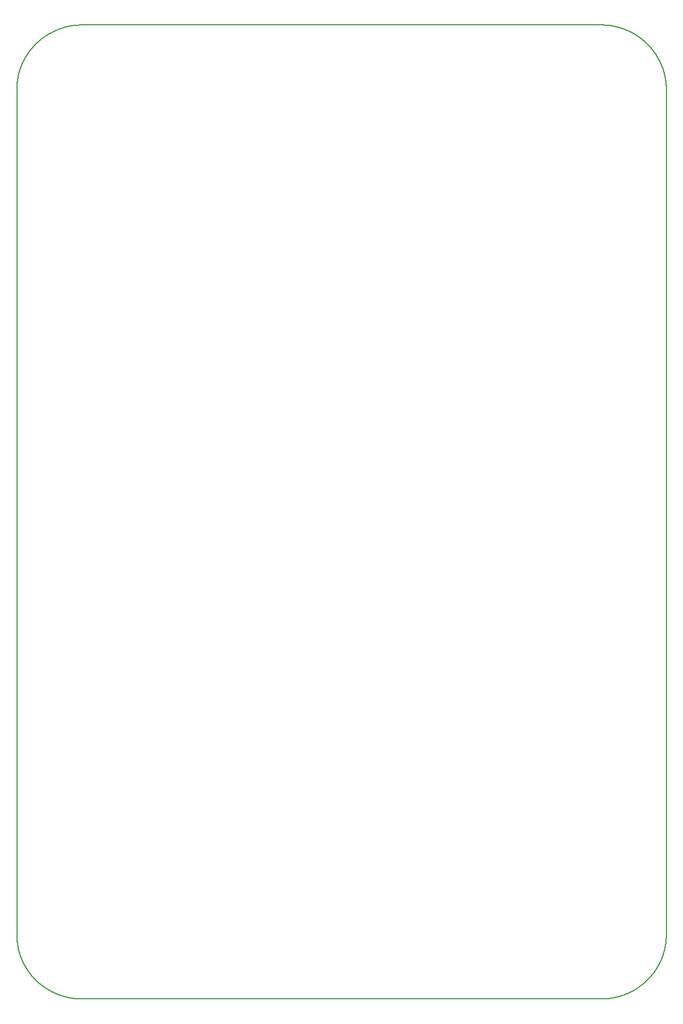
<source format=gm1>
G04 MADE WITH FRITZING*
G04 WWW.FRITZING.ORG*
G04 DOUBLE SIDED*
G04 HOLES PLATED*
G04 CONTOUR ON CENTER OF CONTOUR VECTOR*
%ASAXBY*%
%FSLAX23Y23*%
%MOIN*%
%OFA0B0*%
%SFA1.0B1.0*%
%ADD10C,0.008*%
%LNCONTOUR*%
G90*
G70*
G54D10*
X376Y5906D02*
X377Y5906D01*
X378Y5906D01*
X379Y5906D01*
X380Y5906D01*
X381Y5906D01*
X382Y5906D01*
X383Y5906D01*
X384Y5906D01*
X385Y5906D01*
X386Y5906D01*
X387Y5906D01*
X388Y5906D01*
X389Y5906D01*
X390Y5906D01*
X391Y5906D01*
X392Y5906D01*
X393Y5906D01*
X394Y5906D01*
X395Y5906D01*
X396Y5906D01*
X397Y5906D01*
X398Y5906D01*
X399Y5906D01*
X400Y5906D01*
X401Y5906D01*
X402Y5906D01*
X403Y5906D01*
X404Y5906D01*
X405Y5906D01*
X406Y5906D01*
X407Y5906D01*
X408Y5906D01*
X409Y5906D01*
X410Y5906D01*
X411Y5906D01*
X412Y5906D01*
X413Y5906D01*
X414Y5906D01*
X415Y5906D01*
X416Y5906D01*
X417Y5906D01*
X418Y5906D01*
X419Y5906D01*
X420Y5906D01*
X421Y5906D01*
X422Y5906D01*
X423Y5906D01*
X424Y5906D01*
X425Y5906D01*
X426Y5906D01*
X427Y5906D01*
X428Y5906D01*
X429Y5906D01*
X430Y5906D01*
X431Y5906D01*
X432Y5906D01*
X433Y5906D01*
X434Y5906D01*
X435Y5906D01*
X436Y5906D01*
X437Y5906D01*
X438Y5906D01*
X439Y5906D01*
X440Y5906D01*
X441Y5906D01*
X442Y5906D01*
X443Y5906D01*
X444Y5906D01*
X445Y5906D01*
X446Y5906D01*
X447Y5906D01*
X448Y5906D01*
X449Y5906D01*
X450Y5906D01*
X451Y5906D01*
X452Y5906D01*
X453Y5906D01*
X454Y5906D01*
X455Y5906D01*
X456Y5906D01*
X457Y5906D01*
X458Y5906D01*
X459Y5906D01*
X460Y5906D01*
X461Y5906D01*
X462Y5906D01*
X463Y5906D01*
X464Y5906D01*
X465Y5906D01*
X466Y5906D01*
X467Y5906D01*
X468Y5906D01*
X469Y5906D01*
X470Y5906D01*
X471Y5906D01*
X472Y5906D01*
X473Y5906D01*
X474Y5906D01*
X475Y5906D01*
X476Y5906D01*
X477Y5906D01*
X478Y5906D01*
X479Y5906D01*
X480Y5906D01*
X481Y5906D01*
X482Y5906D01*
X483Y5906D01*
X484Y5906D01*
X485Y5906D01*
X486Y5906D01*
X487Y5906D01*
X488Y5906D01*
X489Y5906D01*
X490Y5906D01*
X491Y5906D01*
X492Y5906D01*
X493Y5906D01*
X494Y5906D01*
X495Y5906D01*
X496Y5906D01*
X497Y5906D01*
X498Y5906D01*
X499Y5906D01*
X500Y5906D01*
X501Y5906D01*
X502Y5906D01*
X503Y5906D01*
X504Y5906D01*
X505Y5906D01*
X506Y5906D01*
X507Y5906D01*
X508Y5906D01*
X509Y5906D01*
X510Y5906D01*
X511Y5906D01*
X512Y5906D01*
X513Y5906D01*
X514Y5906D01*
X515Y5906D01*
X516Y5906D01*
X517Y5906D01*
X518Y5906D01*
X519Y5906D01*
X520Y5906D01*
X521Y5906D01*
X522Y5906D01*
X523Y5906D01*
X524Y5906D01*
X525Y5906D01*
X526Y5906D01*
X527Y5906D01*
X528Y5906D01*
X529Y5906D01*
X530Y5906D01*
X531Y5906D01*
X532Y5906D01*
X533Y5906D01*
X534Y5906D01*
X535Y5906D01*
X536Y5906D01*
X537Y5906D01*
X538Y5906D01*
X539Y5906D01*
X540Y5906D01*
X541Y5906D01*
X542Y5906D01*
X543Y5906D01*
X544Y5906D01*
X545Y5906D01*
X546Y5906D01*
X547Y5906D01*
X548Y5906D01*
X549Y5906D01*
X550Y5906D01*
X551Y5906D01*
X552Y5906D01*
X553Y5906D01*
X554Y5906D01*
X555Y5906D01*
X556Y5906D01*
X557Y5906D01*
X558Y5906D01*
X559Y5906D01*
X560Y5906D01*
X561Y5906D01*
X562Y5906D01*
X563Y5906D01*
X564Y5906D01*
X565Y5906D01*
X566Y5906D01*
X567Y5906D01*
X568Y5906D01*
X569Y5906D01*
X570Y5906D01*
X571Y5906D01*
X572Y5906D01*
X573Y5906D01*
X574Y5906D01*
X575Y5906D01*
X576Y5906D01*
X577Y5906D01*
X578Y5906D01*
X579Y5906D01*
X580Y5906D01*
X581Y5906D01*
X582Y5906D01*
X583Y5906D01*
X584Y5906D01*
X585Y5906D01*
X586Y5906D01*
X587Y5906D01*
X588Y5906D01*
X589Y5906D01*
X590Y5906D01*
X591Y5906D01*
X592Y5906D01*
X593Y5906D01*
X594Y5906D01*
X595Y5906D01*
X596Y5906D01*
X597Y5906D01*
X598Y5906D01*
X599Y5906D01*
X600Y5906D01*
X601Y5906D01*
X602Y5906D01*
X603Y5906D01*
X604Y5906D01*
X605Y5906D01*
X606Y5906D01*
X607Y5906D01*
X608Y5906D01*
X609Y5906D01*
X610Y5906D01*
X611Y5906D01*
X612Y5906D01*
X613Y5906D01*
X614Y5906D01*
X615Y5906D01*
X616Y5906D01*
X617Y5906D01*
X618Y5906D01*
X619Y5906D01*
X620Y5906D01*
X621Y5906D01*
X622Y5906D01*
X623Y5906D01*
X624Y5906D01*
X625Y5906D01*
X626Y5906D01*
X627Y5906D01*
X628Y5906D01*
X629Y5906D01*
X630Y5906D01*
X631Y5906D01*
X632Y5906D01*
X633Y5906D01*
X634Y5906D01*
X635Y5906D01*
X636Y5906D01*
X637Y5906D01*
X638Y5906D01*
X639Y5906D01*
X640Y5906D01*
X641Y5906D01*
X642Y5906D01*
X643Y5906D01*
X644Y5906D01*
X645Y5906D01*
X646Y5906D01*
X647Y5906D01*
X648Y5906D01*
X649Y5906D01*
X650Y5906D01*
X651Y5906D01*
X652Y5906D01*
X653Y5906D01*
X654Y5906D01*
X655Y5906D01*
X656Y5906D01*
X657Y5906D01*
X658Y5906D01*
X659Y5906D01*
X660Y5906D01*
X661Y5906D01*
X662Y5906D01*
X663Y5906D01*
X664Y5906D01*
X665Y5906D01*
X666Y5906D01*
X667Y5906D01*
X668Y5906D01*
X669Y5906D01*
X670Y5906D01*
X671Y5906D01*
X672Y5906D01*
X673Y5906D01*
X674Y5906D01*
X675Y5906D01*
X676Y5906D01*
X677Y5906D01*
X678Y5906D01*
X679Y5906D01*
X680Y5906D01*
X681Y5906D01*
X682Y5906D01*
X683Y5906D01*
X684Y5906D01*
X685Y5906D01*
X686Y5906D01*
X687Y5906D01*
X688Y5906D01*
X689Y5906D01*
X690Y5906D01*
X691Y5906D01*
X692Y5906D01*
X693Y5906D01*
X694Y5906D01*
X695Y5906D01*
X696Y5906D01*
X697Y5906D01*
X698Y5906D01*
X699Y5906D01*
X700Y5906D01*
X701Y5906D01*
X702Y5906D01*
X703Y5906D01*
X704Y5906D01*
X705Y5906D01*
X706Y5906D01*
X707Y5906D01*
X708Y5906D01*
X709Y5906D01*
X710Y5906D01*
X711Y5906D01*
X712Y5906D01*
X713Y5906D01*
X714Y5906D01*
X715Y5906D01*
X716Y5906D01*
X717Y5906D01*
X718Y5906D01*
X719Y5906D01*
X720Y5906D01*
X721Y5906D01*
X722Y5906D01*
X723Y5906D01*
X724Y5906D01*
X725Y5906D01*
X726Y5906D01*
X727Y5906D01*
X728Y5906D01*
X729Y5906D01*
X730Y5906D01*
X731Y5906D01*
X732Y5906D01*
X733Y5906D01*
X734Y5906D01*
X735Y5906D01*
X736Y5906D01*
X737Y5906D01*
X738Y5906D01*
X739Y5906D01*
X740Y5906D01*
X741Y5906D01*
X742Y5906D01*
X743Y5906D01*
X744Y5906D01*
X745Y5906D01*
X746Y5906D01*
X747Y5906D01*
X748Y5906D01*
X749Y5906D01*
X750Y5906D01*
X751Y5906D01*
X752Y5906D01*
X753Y5906D01*
X754Y5906D01*
X755Y5906D01*
X756Y5906D01*
X757Y5906D01*
X758Y5906D01*
X759Y5906D01*
X760Y5906D01*
X761Y5906D01*
X762Y5906D01*
X763Y5906D01*
X764Y5906D01*
X765Y5906D01*
X766Y5906D01*
X767Y5906D01*
X768Y5906D01*
X769Y5906D01*
X770Y5906D01*
X771Y5906D01*
X772Y5906D01*
X773Y5906D01*
X774Y5906D01*
X775Y5906D01*
X776Y5906D01*
X777Y5906D01*
X778Y5906D01*
X779Y5906D01*
X780Y5906D01*
X781Y5906D01*
X782Y5906D01*
X783Y5906D01*
X784Y5906D01*
X785Y5906D01*
X786Y5906D01*
X787Y5906D01*
X788Y5906D01*
X789Y5906D01*
X790Y5906D01*
X791Y5906D01*
X792Y5906D01*
X793Y5906D01*
X794Y5906D01*
X795Y5906D01*
X796Y5906D01*
X797Y5906D01*
X798Y5906D01*
X799Y5906D01*
X800Y5906D01*
X801Y5906D01*
X802Y5906D01*
X803Y5906D01*
X804Y5906D01*
X805Y5906D01*
X806Y5906D01*
X807Y5906D01*
X808Y5906D01*
X809Y5906D01*
X810Y5906D01*
X811Y5906D01*
X812Y5906D01*
X813Y5906D01*
X814Y5906D01*
X815Y5906D01*
X816Y5906D01*
X817Y5906D01*
X818Y5906D01*
X819Y5906D01*
X820Y5906D01*
X821Y5906D01*
X822Y5906D01*
X823Y5906D01*
X824Y5906D01*
X825Y5906D01*
X826Y5906D01*
X827Y5906D01*
X828Y5906D01*
X829Y5906D01*
X830Y5906D01*
X831Y5906D01*
X832Y5906D01*
X833Y5906D01*
X834Y5906D01*
X835Y5906D01*
X836Y5906D01*
X837Y5906D01*
X838Y5906D01*
X839Y5906D01*
X840Y5906D01*
X841Y5906D01*
X842Y5906D01*
X843Y5906D01*
X844Y5906D01*
X845Y5906D01*
X846Y5906D01*
X847Y5906D01*
X848Y5906D01*
X849Y5906D01*
X850Y5906D01*
X851Y5906D01*
X852Y5906D01*
X853Y5906D01*
X854Y5906D01*
X855Y5906D01*
X856Y5906D01*
X857Y5906D01*
X858Y5906D01*
X859Y5906D01*
X860Y5906D01*
X861Y5906D01*
X862Y5906D01*
X863Y5906D01*
X864Y5906D01*
X865Y5906D01*
X866Y5906D01*
X867Y5906D01*
X868Y5906D01*
X869Y5906D01*
X870Y5906D01*
X871Y5906D01*
X872Y5906D01*
X873Y5906D01*
X874Y5906D01*
X875Y5906D01*
X876Y5906D01*
X877Y5906D01*
X878Y5906D01*
X879Y5906D01*
X880Y5906D01*
X881Y5906D01*
X882Y5906D01*
X883Y5906D01*
X884Y5906D01*
X885Y5906D01*
X886Y5906D01*
X887Y5906D01*
X888Y5906D01*
X889Y5906D01*
X890Y5906D01*
X891Y5906D01*
X892Y5906D01*
X893Y5906D01*
X894Y5906D01*
X895Y5906D01*
X896Y5906D01*
X897Y5906D01*
X898Y5906D01*
X899Y5906D01*
X900Y5906D01*
X901Y5906D01*
X902Y5906D01*
X903Y5906D01*
X904Y5906D01*
X905Y5906D01*
X906Y5906D01*
X907Y5906D01*
X908Y5906D01*
X909Y5906D01*
X910Y5906D01*
X911Y5906D01*
X912Y5906D01*
X913Y5906D01*
X914Y5906D01*
X915Y5906D01*
X916Y5906D01*
X917Y5906D01*
X918Y5906D01*
X919Y5906D01*
X920Y5906D01*
X921Y5906D01*
X922Y5906D01*
X923Y5906D01*
X924Y5906D01*
X925Y5906D01*
X926Y5906D01*
X927Y5906D01*
X928Y5906D01*
X929Y5906D01*
X930Y5906D01*
X931Y5906D01*
X932Y5906D01*
X933Y5906D01*
X934Y5906D01*
X935Y5906D01*
X936Y5906D01*
X937Y5906D01*
X938Y5906D01*
X939Y5906D01*
X940Y5906D01*
X941Y5906D01*
X942Y5906D01*
X943Y5906D01*
X944Y5906D01*
X945Y5906D01*
X946Y5906D01*
X947Y5906D01*
X948Y5906D01*
X949Y5906D01*
X950Y5906D01*
X951Y5906D01*
X952Y5906D01*
X953Y5906D01*
X954Y5906D01*
X955Y5906D01*
X956Y5906D01*
X957Y5906D01*
X958Y5906D01*
X959Y5906D01*
X960Y5906D01*
X961Y5906D01*
X962Y5906D01*
X963Y5906D01*
X964Y5906D01*
X965Y5906D01*
X966Y5906D01*
X967Y5906D01*
X968Y5906D01*
X969Y5906D01*
X970Y5906D01*
X971Y5906D01*
X972Y5906D01*
X973Y5906D01*
X974Y5906D01*
X975Y5906D01*
X976Y5906D01*
X977Y5906D01*
X978Y5906D01*
X979Y5906D01*
X980Y5906D01*
X981Y5906D01*
X982Y5906D01*
X983Y5906D01*
X984Y5906D01*
X985Y5906D01*
X986Y5906D01*
X987Y5906D01*
X988Y5906D01*
X989Y5906D01*
X990Y5906D01*
X991Y5906D01*
X992Y5906D01*
X993Y5906D01*
X994Y5906D01*
X995Y5906D01*
X996Y5906D01*
X997Y5906D01*
X998Y5906D01*
X999Y5906D01*
X1000Y5906D01*
X1001Y5906D01*
X1002Y5906D01*
X1003Y5906D01*
X1004Y5906D01*
X1005Y5906D01*
X1006Y5906D01*
X1007Y5906D01*
X1008Y5906D01*
X1009Y5906D01*
X1010Y5906D01*
X1011Y5906D01*
X1012Y5906D01*
X1013Y5906D01*
X1014Y5906D01*
X1015Y5906D01*
X1016Y5906D01*
X1017Y5906D01*
X1018Y5906D01*
X1019Y5906D01*
X1020Y5906D01*
X1021Y5906D01*
X1022Y5906D01*
X1023Y5906D01*
X1024Y5906D01*
X1025Y5906D01*
X1026Y5906D01*
X1027Y5906D01*
X1028Y5906D01*
X1029Y5906D01*
X1030Y5906D01*
X1031Y5906D01*
X1032Y5906D01*
X1033Y5906D01*
X1034Y5906D01*
X1035Y5906D01*
X1036Y5906D01*
X1037Y5906D01*
X1038Y5906D01*
X1039Y5906D01*
X1040Y5906D01*
X1041Y5906D01*
X1042Y5906D01*
X1043Y5906D01*
X1044Y5906D01*
X1045Y5906D01*
X1046Y5906D01*
X1047Y5906D01*
X1048Y5906D01*
X1049Y5906D01*
X1050Y5906D01*
X1051Y5906D01*
X1052Y5906D01*
X1053Y5906D01*
X1054Y5906D01*
X1055Y5906D01*
X1056Y5906D01*
X1057Y5906D01*
X1058Y5906D01*
X1059Y5906D01*
X1060Y5906D01*
X1061Y5906D01*
X1062Y5906D01*
X1063Y5906D01*
X1064Y5906D01*
X1065Y5906D01*
X1066Y5906D01*
X1067Y5906D01*
X1068Y5906D01*
X1069Y5906D01*
X1070Y5906D01*
X1071Y5906D01*
X1072Y5906D01*
X1073Y5906D01*
X1074Y5906D01*
X1075Y5906D01*
X1076Y5906D01*
X1077Y5906D01*
X1078Y5906D01*
X1079Y5906D01*
X1080Y5906D01*
X1081Y5906D01*
X1082Y5906D01*
X1083Y5906D01*
X1084Y5906D01*
X1085Y5906D01*
X1086Y5906D01*
X1087Y5906D01*
X1088Y5906D01*
X1089Y5906D01*
X1090Y5906D01*
X1091Y5906D01*
X1092Y5906D01*
X1093Y5906D01*
X1094Y5906D01*
X1095Y5906D01*
X1096Y5906D01*
X1097Y5906D01*
X1098Y5906D01*
X1099Y5906D01*
X1100Y5906D01*
X1101Y5906D01*
X1102Y5906D01*
X1103Y5906D01*
X1104Y5906D01*
X1105Y5906D01*
X1106Y5906D01*
X1107Y5906D01*
X1108Y5906D01*
X1109Y5906D01*
X1110Y5906D01*
X1111Y5906D01*
X1112Y5906D01*
X1113Y5906D01*
X1114Y5906D01*
X1115Y5906D01*
X1116Y5906D01*
X1117Y5906D01*
X1118Y5906D01*
X1119Y5906D01*
X1120Y5906D01*
X1121Y5906D01*
X1122Y5906D01*
X1123Y5906D01*
X1124Y5906D01*
X1125Y5906D01*
X1126Y5906D01*
X1127Y5906D01*
X1128Y5906D01*
X1129Y5906D01*
X1130Y5906D01*
X1131Y5906D01*
X1132Y5906D01*
X1133Y5906D01*
X1134Y5906D01*
X1135Y5906D01*
X1136Y5906D01*
X1137Y5906D01*
X1138Y5906D01*
X1139Y5906D01*
X1140Y5906D01*
X1141Y5906D01*
X1142Y5906D01*
X1143Y5906D01*
X1144Y5906D01*
X1145Y5906D01*
X1146Y5906D01*
X1147Y5906D01*
X1148Y5906D01*
X1149Y5906D01*
X1150Y5906D01*
X1151Y5906D01*
X1152Y5906D01*
X1153Y5906D01*
X1154Y5906D01*
X1155Y5906D01*
X1156Y5906D01*
X1157Y5906D01*
X1158Y5906D01*
X1159Y5906D01*
X1160Y5906D01*
X1161Y5906D01*
X1162Y5906D01*
X1163Y5906D01*
X1164Y5906D01*
X1165Y5906D01*
X1166Y5906D01*
X1167Y5906D01*
X1168Y5906D01*
X1169Y5906D01*
X1170Y5906D01*
X1171Y5906D01*
X1172Y5906D01*
X1173Y5906D01*
X1174Y5906D01*
X1175Y5906D01*
X1176Y5906D01*
X1177Y5906D01*
X1178Y5906D01*
X1179Y5906D01*
X1180Y5906D01*
X1181Y5906D01*
X1182Y5906D01*
X1183Y5906D01*
X1184Y5906D01*
X1185Y5906D01*
X1186Y5906D01*
X1187Y5906D01*
X1188Y5906D01*
X1189Y5906D01*
X1190Y5906D01*
X1191Y5906D01*
X1192Y5906D01*
X1193Y5906D01*
X1194Y5906D01*
X1195Y5906D01*
X1196Y5906D01*
X1197Y5906D01*
X1198Y5906D01*
X1199Y5906D01*
X1200Y5906D01*
X1201Y5906D01*
X1202Y5906D01*
X1203Y5906D01*
X1204Y5906D01*
X1205Y5906D01*
X1206Y5906D01*
X1207Y5906D01*
X1208Y5906D01*
X1209Y5906D01*
X1210Y5906D01*
X1211Y5906D01*
X1212Y5906D01*
X1213Y5906D01*
X1214Y5906D01*
X1215Y5906D01*
X1216Y5906D01*
X1217Y5906D01*
X1218Y5906D01*
X1219Y5906D01*
X1220Y5906D01*
X1221Y5906D01*
X1222Y5906D01*
X1223Y5906D01*
X1224Y5906D01*
X1225Y5906D01*
X1226Y5906D01*
X1227Y5906D01*
X1228Y5906D01*
X1229Y5906D01*
X1230Y5906D01*
X1231Y5906D01*
X1232Y5906D01*
X1233Y5906D01*
X1234Y5906D01*
X1235Y5906D01*
X1236Y5906D01*
X1237Y5906D01*
X1238Y5906D01*
X1239Y5906D01*
X1240Y5906D01*
X1241Y5906D01*
X1242Y5906D01*
X1243Y5906D01*
X1244Y5906D01*
X1245Y5906D01*
X1246Y5906D01*
X1247Y5906D01*
X1248Y5906D01*
X1249Y5906D01*
X1250Y5906D01*
X1251Y5906D01*
X1252Y5906D01*
X1253Y5906D01*
X1254Y5906D01*
X1255Y5906D01*
X1256Y5906D01*
X1257Y5906D01*
X1258Y5906D01*
X1259Y5906D01*
X1260Y5906D01*
X1261Y5906D01*
X1262Y5906D01*
X1263Y5906D01*
X1264Y5906D01*
X1265Y5906D01*
X1266Y5906D01*
X1267Y5906D01*
X1268Y5906D01*
X1269Y5906D01*
X1270Y5906D01*
X1271Y5906D01*
X1272Y5906D01*
X1273Y5906D01*
X1274Y5906D01*
X1275Y5906D01*
X1276Y5906D01*
X1277Y5906D01*
X1278Y5906D01*
X1279Y5906D01*
X1280Y5906D01*
X1281Y5906D01*
X1282Y5906D01*
X1283Y5906D01*
X1284Y5906D01*
X1285Y5906D01*
X1286Y5906D01*
X1287Y5906D01*
X1288Y5906D01*
X1289Y5906D01*
X1290Y5906D01*
X1291Y5906D01*
X1292Y5906D01*
X1293Y5906D01*
X1294Y5906D01*
X1295Y5906D01*
X1296Y5906D01*
X1297Y5906D01*
X1298Y5906D01*
X1299Y5906D01*
X1300Y5906D01*
X1301Y5906D01*
X1302Y5906D01*
X1303Y5906D01*
X1304Y5906D01*
X1305Y5906D01*
X1306Y5906D01*
X1307Y5906D01*
X1308Y5906D01*
X1309Y5906D01*
X1310Y5906D01*
X1311Y5906D01*
X1312Y5906D01*
X1313Y5906D01*
X1314Y5906D01*
X1315Y5906D01*
X1316Y5906D01*
X1317Y5906D01*
X1318Y5906D01*
X1319Y5906D01*
X1320Y5906D01*
X1321Y5906D01*
X1322Y5906D01*
X1323Y5906D01*
X1324Y5906D01*
X1325Y5906D01*
X1326Y5906D01*
X1327Y5906D01*
X1328Y5906D01*
X1329Y5906D01*
X1330Y5906D01*
X1331Y5906D01*
X1332Y5906D01*
X1333Y5906D01*
X1334Y5906D01*
X1335Y5906D01*
X1336Y5906D01*
X1337Y5906D01*
X1338Y5906D01*
X1339Y5906D01*
X1340Y5906D01*
X1341Y5906D01*
X1342Y5906D01*
X1343Y5906D01*
X1344Y5906D01*
X1345Y5906D01*
X1346Y5906D01*
X1347Y5906D01*
X1348Y5906D01*
X1349Y5906D01*
X1350Y5906D01*
X1351Y5906D01*
X1352Y5906D01*
X1353Y5906D01*
X1354Y5906D01*
X1355Y5906D01*
X1356Y5906D01*
X1357Y5906D01*
X1358Y5906D01*
X1359Y5906D01*
X1360Y5906D01*
X1361Y5906D01*
X1362Y5906D01*
X1363Y5906D01*
X1364Y5906D01*
X1365Y5906D01*
X1366Y5906D01*
X1367Y5906D01*
X1368Y5906D01*
X1369Y5906D01*
X1370Y5906D01*
X1371Y5906D01*
X1372Y5906D01*
X1373Y5906D01*
X1374Y5906D01*
X1375Y5906D01*
X1376Y5906D01*
X1377Y5906D01*
X1378Y5906D01*
X1379Y5906D01*
X1380Y5906D01*
X1381Y5906D01*
X1382Y5906D01*
X1383Y5906D01*
X1384Y5906D01*
X1385Y5906D01*
X1386Y5906D01*
X1387Y5906D01*
X1388Y5906D01*
X1389Y5906D01*
X1390Y5906D01*
X1391Y5906D01*
X1392Y5906D01*
X1393Y5906D01*
X1394Y5906D01*
X1395Y5906D01*
X1396Y5906D01*
X1397Y5906D01*
X1398Y5906D01*
X1399Y5906D01*
X1400Y5906D01*
X1401Y5906D01*
X1402Y5906D01*
X1403Y5906D01*
X1404Y5906D01*
X1405Y5906D01*
X1406Y5906D01*
X1407Y5906D01*
X1408Y5906D01*
X1409Y5906D01*
X1410Y5906D01*
X1411Y5906D01*
X1412Y5906D01*
X1413Y5906D01*
X1414Y5906D01*
X1415Y5906D01*
X1416Y5906D01*
X1417Y5906D01*
X1418Y5906D01*
X1419Y5906D01*
X1420Y5906D01*
X1421Y5906D01*
X1422Y5906D01*
X1423Y5906D01*
X1424Y5906D01*
X1425Y5906D01*
X1426Y5906D01*
X1427Y5906D01*
X1428Y5906D01*
X1429Y5906D01*
X1430Y5906D01*
X1431Y5906D01*
X1432Y5906D01*
X1433Y5906D01*
X1434Y5906D01*
X1435Y5906D01*
X1436Y5906D01*
X1437Y5906D01*
X1438Y5906D01*
X1439Y5906D01*
X1440Y5906D01*
X1441Y5906D01*
X1442Y5906D01*
X1443Y5906D01*
X1444Y5906D01*
X1445Y5906D01*
X1446Y5906D01*
X1447Y5906D01*
X1448Y5906D01*
X1449Y5906D01*
X1450Y5906D01*
X1451Y5906D01*
X1452Y5906D01*
X1453Y5906D01*
X1454Y5906D01*
X1455Y5906D01*
X1456Y5906D01*
X1457Y5906D01*
X1458Y5906D01*
X1459Y5906D01*
X1460Y5906D01*
X1461Y5906D01*
X1462Y5906D01*
X1463Y5906D01*
X1464Y5906D01*
X1465Y5906D01*
X1466Y5906D01*
X1467Y5906D01*
X1468Y5906D01*
X1469Y5906D01*
X1470Y5906D01*
X1471Y5906D01*
X1472Y5906D01*
X1473Y5906D01*
X1474Y5906D01*
X1475Y5906D01*
X1476Y5906D01*
X1477Y5906D01*
X1478Y5906D01*
X1479Y5906D01*
X1480Y5906D01*
X1481Y5906D01*
X1482Y5906D01*
X1483Y5906D01*
X1484Y5906D01*
X1485Y5906D01*
X1486Y5906D01*
X1487Y5906D01*
X1488Y5906D01*
X1489Y5906D01*
X1490Y5906D01*
X1491Y5906D01*
X1492Y5906D01*
X1493Y5906D01*
X1494Y5906D01*
X1495Y5906D01*
X1496Y5906D01*
X1497Y5906D01*
X1498Y5906D01*
X1499Y5906D01*
X1500Y5906D01*
X1501Y5906D01*
X1502Y5906D01*
X1503Y5906D01*
X1504Y5906D01*
X1505Y5906D01*
X1506Y5906D01*
X1507Y5906D01*
X1508Y5906D01*
X1509Y5906D01*
X1510Y5906D01*
X1511Y5906D01*
X1512Y5906D01*
X1513Y5906D01*
X1514Y5906D01*
X1515Y5906D01*
X1516Y5906D01*
X1517Y5906D01*
X1518Y5906D01*
X1519Y5906D01*
X1520Y5906D01*
X1521Y5906D01*
X1522Y5906D01*
X1523Y5906D01*
X1524Y5906D01*
X1525Y5906D01*
X1526Y5906D01*
X1527Y5906D01*
X1528Y5906D01*
X1529Y5906D01*
X1530Y5906D01*
X1531Y5906D01*
X1532Y5906D01*
X1533Y5906D01*
X1534Y5906D01*
X1535Y5906D01*
X1536Y5906D01*
X1537Y5906D01*
X1538Y5906D01*
X1539Y5906D01*
X1540Y5906D01*
X1541Y5906D01*
X1542Y5906D01*
X1543Y5906D01*
X1544Y5906D01*
X1545Y5906D01*
X1546Y5906D01*
X1547Y5906D01*
X1548Y5906D01*
X1549Y5906D01*
X1550Y5906D01*
X1551Y5906D01*
X1552Y5906D01*
X1553Y5906D01*
X1554Y5906D01*
X1555Y5906D01*
X1556Y5906D01*
X1557Y5906D01*
X1558Y5906D01*
X1559Y5906D01*
X1560Y5906D01*
X1561Y5906D01*
X1562Y5906D01*
X1563Y5906D01*
X1564Y5906D01*
X1565Y5906D01*
X1566Y5906D01*
X1567Y5906D01*
X1568Y5906D01*
X1569Y5906D01*
X1570Y5906D01*
X1571Y5906D01*
X1572Y5906D01*
X1573Y5906D01*
X1574Y5906D01*
X1575Y5906D01*
X1576Y5906D01*
X1577Y5906D01*
X1578Y5906D01*
X1579Y5906D01*
X1580Y5906D01*
X1581Y5906D01*
X1582Y5906D01*
X1583Y5906D01*
X1584Y5906D01*
X1585Y5906D01*
X1586Y5906D01*
X1587Y5906D01*
X1588Y5906D01*
X1589Y5906D01*
X1590Y5906D01*
X1591Y5906D01*
X1592Y5906D01*
X1593Y5906D01*
X1594Y5906D01*
X1595Y5906D01*
X1596Y5906D01*
X1597Y5906D01*
X1598Y5906D01*
X1599Y5906D01*
X1600Y5906D01*
X1601Y5906D01*
X1602Y5906D01*
X1603Y5906D01*
X1604Y5906D01*
X1605Y5906D01*
X1606Y5906D01*
X1607Y5906D01*
X1608Y5906D01*
X1609Y5906D01*
X1610Y5906D01*
X1611Y5906D01*
X1612Y5906D01*
X1613Y5906D01*
X1614Y5906D01*
X1615Y5906D01*
X1616Y5906D01*
X1617Y5906D01*
X1618Y5906D01*
X1619Y5906D01*
X1620Y5906D01*
X1621Y5906D01*
X1622Y5906D01*
X1623Y5906D01*
X1624Y5906D01*
X1625Y5906D01*
X1626Y5906D01*
X1627Y5906D01*
X1628Y5906D01*
X1629Y5906D01*
X1630Y5906D01*
X1631Y5906D01*
X1632Y5906D01*
X1633Y5906D01*
X1634Y5906D01*
X1635Y5906D01*
X1636Y5906D01*
X1637Y5906D01*
X1638Y5906D01*
X1639Y5906D01*
X1640Y5906D01*
X1641Y5906D01*
X1642Y5906D01*
X1643Y5906D01*
X1644Y5906D01*
X1645Y5906D01*
X1646Y5906D01*
X1647Y5906D01*
X1648Y5906D01*
X1649Y5906D01*
X1650Y5906D01*
X1651Y5906D01*
X1652Y5906D01*
X1653Y5906D01*
X1654Y5906D01*
X1655Y5906D01*
X1656Y5906D01*
X1657Y5906D01*
X1658Y5906D01*
X1659Y5906D01*
X1660Y5906D01*
X1661Y5906D01*
X1662Y5906D01*
X1663Y5906D01*
X1664Y5906D01*
X1665Y5906D01*
X1666Y5906D01*
X1667Y5906D01*
X1668Y5906D01*
X1669Y5906D01*
X1670Y5906D01*
X1671Y5906D01*
X1672Y5906D01*
X1673Y5906D01*
X1674Y5906D01*
X1675Y5906D01*
X1676Y5906D01*
X1677Y5906D01*
X1678Y5906D01*
X1679Y5906D01*
X1680Y5906D01*
X1681Y5906D01*
X1682Y5906D01*
X1683Y5906D01*
X1684Y5906D01*
X1685Y5906D01*
X1686Y5906D01*
X1687Y5906D01*
X1688Y5906D01*
X1689Y5906D01*
X1690Y5906D01*
X1691Y5906D01*
X1692Y5906D01*
X1693Y5906D01*
X1694Y5906D01*
X1695Y5906D01*
X1696Y5906D01*
X1697Y5906D01*
X1698Y5906D01*
X1699Y5906D01*
X1700Y5906D01*
X1701Y5906D01*
X1702Y5906D01*
X1703Y5906D01*
X1704Y5906D01*
X1705Y5906D01*
X1706Y5906D01*
X1707Y5906D01*
X1708Y5906D01*
X1709Y5906D01*
X1710Y5906D01*
X1711Y5906D01*
X1712Y5906D01*
X1713Y5906D01*
X1714Y5906D01*
X1715Y5906D01*
X1716Y5906D01*
X1717Y5906D01*
X1718Y5906D01*
X1719Y5906D01*
X1720Y5906D01*
X1721Y5906D01*
X1722Y5906D01*
X1723Y5906D01*
X1724Y5906D01*
X1725Y5906D01*
X1726Y5906D01*
X1727Y5906D01*
X1728Y5906D01*
X1729Y5906D01*
X1730Y5906D01*
X1731Y5906D01*
X1732Y5906D01*
X1733Y5906D01*
X1734Y5906D01*
X1735Y5906D01*
X1736Y5906D01*
X1737Y5906D01*
X1738Y5906D01*
X1739Y5906D01*
X1740Y5906D01*
X1741Y5906D01*
X1742Y5906D01*
X1743Y5906D01*
X1744Y5906D01*
X1745Y5906D01*
X1746Y5906D01*
X1747Y5906D01*
X1748Y5906D01*
X1749Y5906D01*
X1750Y5906D01*
X1751Y5906D01*
X1752Y5906D01*
X1753Y5906D01*
X1754Y5906D01*
X1755Y5906D01*
X1756Y5906D01*
X1757Y5906D01*
X1758Y5906D01*
X1759Y5906D01*
X1760Y5906D01*
X1761Y5906D01*
X1762Y5906D01*
X1763Y5906D01*
X1764Y5906D01*
X1765Y5906D01*
X1766Y5906D01*
X1767Y5906D01*
X1768Y5906D01*
X1769Y5906D01*
X1770Y5906D01*
X1771Y5906D01*
X1772Y5906D01*
X1773Y5906D01*
X1774Y5906D01*
X1775Y5906D01*
X1776Y5906D01*
X1777Y5906D01*
X1778Y5906D01*
X1779Y5906D01*
X1780Y5906D01*
X1781Y5906D01*
X1782Y5906D01*
X1783Y5906D01*
X1784Y5906D01*
X1785Y5906D01*
X1786Y5906D01*
X1787Y5906D01*
X1788Y5906D01*
X1789Y5906D01*
X1790Y5906D01*
X1791Y5906D01*
X1792Y5906D01*
X1793Y5906D01*
X1794Y5906D01*
X1795Y5906D01*
X1796Y5906D01*
X1797Y5906D01*
X1798Y5906D01*
X1799Y5906D01*
X1800Y5906D01*
X1801Y5906D01*
X1802Y5906D01*
X1803Y5906D01*
X1804Y5906D01*
X1805Y5906D01*
X1806Y5906D01*
X1807Y5906D01*
X1808Y5906D01*
X1809Y5906D01*
X1810Y5906D01*
X1811Y5906D01*
X1812Y5906D01*
X1813Y5906D01*
X1814Y5906D01*
X1815Y5906D01*
X1816Y5906D01*
X1817Y5906D01*
X1818Y5906D01*
X1819Y5906D01*
X1820Y5906D01*
X1821Y5906D01*
X1822Y5906D01*
X1823Y5906D01*
X1824Y5906D01*
X1825Y5906D01*
X1826Y5906D01*
X1827Y5906D01*
X1828Y5906D01*
X1829Y5906D01*
X1830Y5906D01*
X1831Y5906D01*
X1832Y5906D01*
X1833Y5906D01*
X1834Y5906D01*
X1835Y5906D01*
X1836Y5906D01*
X1837Y5906D01*
X1838Y5906D01*
X1839Y5906D01*
X1840Y5906D01*
X1841Y5906D01*
X1842Y5906D01*
X1843Y5906D01*
X1844Y5906D01*
X1845Y5906D01*
X1846Y5906D01*
X1847Y5906D01*
X1848Y5906D01*
X1849Y5906D01*
X1850Y5906D01*
X1851Y5906D01*
X1852Y5906D01*
X1853Y5906D01*
X1854Y5906D01*
X1855Y5906D01*
X1856Y5906D01*
X1857Y5906D01*
X1858Y5906D01*
X1859Y5906D01*
X1860Y5906D01*
X1861Y5906D01*
X1862Y5906D01*
X1863Y5906D01*
X1864Y5906D01*
X1865Y5906D01*
X1866Y5906D01*
X1867Y5906D01*
X1868Y5906D01*
X1869Y5906D01*
X1870Y5906D01*
X1871Y5906D01*
X1872Y5906D01*
X1873Y5906D01*
X1874Y5906D01*
X1875Y5906D01*
X1876Y5906D01*
X1877Y5906D01*
X1878Y5906D01*
X1879Y5906D01*
X1880Y5906D01*
X1881Y5906D01*
X1882Y5906D01*
X1883Y5906D01*
X1884Y5906D01*
X1885Y5906D01*
X1886Y5906D01*
X1887Y5906D01*
X1888Y5906D01*
X1889Y5906D01*
X1890Y5906D01*
X1891Y5906D01*
X1892Y5906D01*
X1893Y5906D01*
X1894Y5906D01*
X1895Y5906D01*
X1896Y5906D01*
X1897Y5906D01*
X1898Y5906D01*
X1899Y5906D01*
X1900Y5906D01*
X1901Y5906D01*
X1902Y5906D01*
X1903Y5906D01*
X1904Y5906D01*
X1905Y5906D01*
X1906Y5906D01*
X1907Y5906D01*
X1908Y5906D01*
X1909Y5906D01*
X1910Y5906D01*
X1911Y5906D01*
X1912Y5906D01*
X1913Y5906D01*
X1914Y5906D01*
X1915Y5906D01*
X1916Y5906D01*
X1917Y5906D01*
X1918Y5906D01*
X1919Y5906D01*
X1920Y5906D01*
X1921Y5906D01*
X1922Y5906D01*
X1923Y5906D01*
X1924Y5906D01*
X1925Y5906D01*
X1926Y5906D01*
X1927Y5906D01*
X1928Y5906D01*
X1929Y5906D01*
X1930Y5906D01*
X1931Y5906D01*
X1932Y5906D01*
X1933Y5906D01*
X1934Y5906D01*
X1935Y5906D01*
X1936Y5906D01*
X1937Y5906D01*
X1938Y5906D01*
X1939Y5906D01*
X1940Y5906D01*
X1941Y5906D01*
X1942Y5906D01*
X1943Y5906D01*
X1944Y5906D01*
X1945Y5906D01*
X1946Y5906D01*
X1947Y5906D01*
X1948Y5906D01*
X1949Y5906D01*
X1950Y5906D01*
X1951Y5906D01*
X1952Y5906D01*
X1953Y5906D01*
X1954Y5906D01*
X1955Y5906D01*
X1956Y5906D01*
X1957Y5906D01*
X1958Y5906D01*
X1959Y5906D01*
X1960Y5906D01*
X1961Y5906D01*
X1962Y5906D01*
X1963Y5906D01*
X1964Y5906D01*
X1965Y5906D01*
X1966Y5906D01*
X1967Y5906D01*
X1968Y5906D01*
X1969Y5906D01*
X1970Y5906D01*
X1971Y5906D01*
X1972Y5906D01*
X1973Y5906D01*
X1974Y5906D01*
X1975Y5906D01*
X1976Y5906D01*
X1977Y5906D01*
X1978Y5906D01*
X1979Y5906D01*
X1980Y5906D01*
X1981Y5906D01*
X1982Y5906D01*
X1983Y5906D01*
X1984Y5906D01*
X1985Y5906D01*
X1986Y5906D01*
X1987Y5906D01*
X1988Y5906D01*
X1989Y5906D01*
X1990Y5906D01*
X1991Y5906D01*
X1992Y5906D01*
X1993Y5906D01*
X1994Y5906D01*
X1995Y5906D01*
X1996Y5906D01*
X1997Y5906D01*
X1998Y5906D01*
X1999Y5906D01*
X2000Y5906D01*
X2001Y5906D01*
X2002Y5906D01*
X2003Y5906D01*
X2004Y5906D01*
X2005Y5906D01*
X2006Y5906D01*
X2007Y5906D01*
X2008Y5906D01*
X2009Y5906D01*
X2010Y5906D01*
X2011Y5906D01*
X2012Y5906D01*
X2013Y5906D01*
X2014Y5906D01*
X2015Y5906D01*
X2016Y5906D01*
X2017Y5906D01*
X2018Y5906D01*
X2019Y5906D01*
X2020Y5906D01*
X2021Y5906D01*
X2022Y5906D01*
X2023Y5906D01*
X2024Y5906D01*
X2025Y5906D01*
X2026Y5906D01*
X2027Y5906D01*
X2028Y5906D01*
X2029Y5906D01*
X2030Y5906D01*
X2031Y5906D01*
X2032Y5906D01*
X2033Y5906D01*
X2034Y5906D01*
X2035Y5906D01*
X2036Y5906D01*
X2037Y5906D01*
X2038Y5906D01*
X2039Y5906D01*
X2040Y5906D01*
X2041Y5906D01*
X2042Y5906D01*
X2043Y5906D01*
X2044Y5906D01*
X2045Y5906D01*
X2046Y5906D01*
X2047Y5906D01*
X2048Y5906D01*
X2049Y5906D01*
X2050Y5906D01*
X2051Y5906D01*
X2052Y5906D01*
X2053Y5906D01*
X2054Y5906D01*
X2055Y5906D01*
X2056Y5906D01*
X2057Y5906D01*
X2058Y5906D01*
X2059Y5906D01*
X2060Y5906D01*
X2061Y5906D01*
X2062Y5906D01*
X2063Y5906D01*
X2064Y5906D01*
X2065Y5906D01*
X2066Y5906D01*
X2067Y5906D01*
X2068Y5906D01*
X2069Y5906D01*
X2070Y5906D01*
X2071Y5906D01*
X2072Y5906D01*
X2073Y5906D01*
X2074Y5906D01*
X2075Y5906D01*
X2076Y5906D01*
X2077Y5906D01*
X2078Y5906D01*
X2079Y5906D01*
X2080Y5906D01*
X2081Y5906D01*
X2082Y5906D01*
X2083Y5906D01*
X2084Y5906D01*
X2085Y5906D01*
X2086Y5906D01*
X2087Y5906D01*
X2088Y5906D01*
X2089Y5906D01*
X2090Y5906D01*
X2091Y5906D01*
X2092Y5906D01*
X2093Y5906D01*
X2094Y5906D01*
X2095Y5906D01*
X2096Y5906D01*
X2097Y5906D01*
X2098Y5906D01*
X2099Y5906D01*
X2100Y5906D01*
X2101Y5906D01*
X2102Y5906D01*
X2103Y5906D01*
X2104Y5906D01*
X2105Y5906D01*
X2106Y5906D01*
X2107Y5906D01*
X2108Y5906D01*
X2109Y5906D01*
X2110Y5906D01*
X2111Y5906D01*
X2112Y5906D01*
X2113Y5906D01*
X2114Y5906D01*
X2115Y5906D01*
X2116Y5906D01*
X2117Y5906D01*
X2118Y5906D01*
X2119Y5906D01*
X2120Y5906D01*
X2121Y5906D01*
X2122Y5906D01*
X2123Y5906D01*
X2124Y5906D01*
X2125Y5906D01*
X2126Y5906D01*
X2127Y5906D01*
X2128Y5906D01*
X2129Y5906D01*
X2130Y5906D01*
X2131Y5906D01*
X2132Y5906D01*
X2133Y5906D01*
X2134Y5906D01*
X2135Y5906D01*
X2136Y5906D01*
X2137Y5906D01*
X2138Y5906D01*
X2139Y5906D01*
X2140Y5906D01*
X2141Y5906D01*
X2142Y5906D01*
X2143Y5906D01*
X2144Y5906D01*
X2145Y5906D01*
X2146Y5906D01*
X2147Y5906D01*
X2148Y5906D01*
X2149Y5906D01*
X2150Y5906D01*
X2151Y5906D01*
X2152Y5906D01*
X2153Y5906D01*
X2154Y5906D01*
X2155Y5906D01*
X2156Y5906D01*
X2157Y5906D01*
X2158Y5906D01*
X2159Y5906D01*
X2160Y5906D01*
X2161Y5906D01*
X2162Y5906D01*
X2163Y5906D01*
X2164Y5906D01*
X2165Y5906D01*
X2166Y5906D01*
X2167Y5906D01*
X2168Y5906D01*
X2169Y5906D01*
X2170Y5906D01*
X2171Y5906D01*
X2172Y5906D01*
X2173Y5906D01*
X2174Y5906D01*
X2175Y5906D01*
X2176Y5906D01*
X2177Y5906D01*
X2178Y5906D01*
X2179Y5906D01*
X2180Y5906D01*
X2181Y5906D01*
X2182Y5906D01*
X2183Y5906D01*
X2184Y5906D01*
X2185Y5906D01*
X2186Y5906D01*
X2187Y5906D01*
X2188Y5906D01*
X2189Y5906D01*
X2190Y5906D01*
X2191Y5906D01*
X2192Y5906D01*
X2193Y5906D01*
X2194Y5906D01*
X2195Y5906D01*
X2196Y5906D01*
X2197Y5906D01*
X2198Y5906D01*
X2199Y5906D01*
X2200Y5906D01*
X2201Y5906D01*
X2202Y5906D01*
X2203Y5906D01*
X2204Y5906D01*
X2205Y5906D01*
X2206Y5906D01*
X2207Y5906D01*
X2208Y5906D01*
X2209Y5906D01*
X2210Y5906D01*
X2211Y5906D01*
X2212Y5906D01*
X2213Y5906D01*
X2214Y5906D01*
X2215Y5906D01*
X2216Y5906D01*
X2217Y5906D01*
X2218Y5906D01*
X2219Y5906D01*
X2220Y5906D01*
X2221Y5906D01*
X2222Y5906D01*
X2223Y5906D01*
X2224Y5906D01*
X2225Y5906D01*
X2226Y5906D01*
X2227Y5906D01*
X2228Y5906D01*
X2229Y5906D01*
X2230Y5906D01*
X2231Y5906D01*
X2232Y5906D01*
X2233Y5906D01*
X2234Y5906D01*
X2235Y5906D01*
X2236Y5906D01*
X2237Y5906D01*
X2238Y5906D01*
X2239Y5906D01*
X2240Y5906D01*
X2241Y5906D01*
X2242Y5906D01*
X2243Y5906D01*
X2244Y5906D01*
X2245Y5906D01*
X2246Y5906D01*
X2247Y5906D01*
X2248Y5906D01*
X2249Y5906D01*
X2250Y5906D01*
X2251Y5906D01*
X2252Y5906D01*
X2253Y5906D01*
X2254Y5906D01*
X2255Y5906D01*
X2256Y5906D01*
X2257Y5906D01*
X2258Y5906D01*
X2259Y5906D01*
X2260Y5906D01*
X2261Y5906D01*
X2262Y5906D01*
X2263Y5906D01*
X2264Y5906D01*
X2265Y5906D01*
X2266Y5906D01*
X2267Y5906D01*
X2268Y5906D01*
X2269Y5906D01*
X2270Y5906D01*
X2271Y5906D01*
X2272Y5906D01*
X2273Y5906D01*
X2274Y5906D01*
X2275Y5906D01*
X2276Y5906D01*
X2277Y5906D01*
X2278Y5906D01*
X2279Y5906D01*
X2280Y5906D01*
X2281Y5906D01*
X2282Y5906D01*
X2283Y5906D01*
X2284Y5906D01*
X2285Y5906D01*
X2286Y5906D01*
X2287Y5906D01*
X2288Y5906D01*
X2289Y5906D01*
X2290Y5906D01*
X2291Y5906D01*
X2292Y5906D01*
X2293Y5906D01*
X2294Y5906D01*
X2295Y5906D01*
X2296Y5906D01*
X2297Y5906D01*
X2298Y5906D01*
X2299Y5906D01*
X2300Y5906D01*
X2301Y5906D01*
X2302Y5906D01*
X2303Y5906D01*
X2304Y5906D01*
X2305Y5906D01*
X2306Y5906D01*
X2307Y5906D01*
X2308Y5906D01*
X2309Y5906D01*
X2310Y5906D01*
X2311Y5906D01*
X2312Y5906D01*
X2313Y5906D01*
X2314Y5906D01*
X2315Y5906D01*
X2316Y5906D01*
X2317Y5906D01*
X2318Y5906D01*
X2319Y5906D01*
X2320Y5906D01*
X2321Y5906D01*
X2322Y5906D01*
X2323Y5906D01*
X2324Y5906D01*
X2325Y5906D01*
X2326Y5906D01*
X2327Y5906D01*
X2328Y5906D01*
X2329Y5906D01*
X2330Y5906D01*
X2331Y5906D01*
X2332Y5906D01*
X2333Y5906D01*
X2334Y5906D01*
X2335Y5906D01*
X2336Y5906D01*
X2337Y5906D01*
X2338Y5906D01*
X2339Y5906D01*
X2340Y5906D01*
X2341Y5906D01*
X2342Y5906D01*
X2343Y5906D01*
X2344Y5906D01*
X2345Y5906D01*
X2346Y5906D01*
X2347Y5906D01*
X2348Y5906D01*
X2349Y5906D01*
X2350Y5906D01*
X2351Y5906D01*
X2352Y5906D01*
X2353Y5906D01*
X2354Y5906D01*
X2355Y5906D01*
X2356Y5906D01*
X2357Y5906D01*
X2358Y5906D01*
X2359Y5906D01*
X2360Y5906D01*
X2361Y5906D01*
X2362Y5906D01*
X2363Y5906D01*
X2364Y5906D01*
X2365Y5906D01*
X2366Y5906D01*
X2367Y5906D01*
X2368Y5906D01*
X2369Y5906D01*
X2370Y5906D01*
X2371Y5906D01*
X2372Y5906D01*
X2373Y5906D01*
X2374Y5906D01*
X2375Y5906D01*
X2376Y5906D01*
X2377Y5906D01*
X2378Y5906D01*
X2379Y5906D01*
X2380Y5906D01*
X2381Y5906D01*
X2382Y5906D01*
X2383Y5906D01*
X2384Y5906D01*
X2385Y5906D01*
X2386Y5906D01*
X2387Y5906D01*
X2388Y5906D01*
X2389Y5906D01*
X2390Y5906D01*
X2391Y5906D01*
X2392Y5906D01*
X2393Y5906D01*
X2394Y5906D01*
X2395Y5906D01*
X2396Y5906D01*
X2397Y5906D01*
X2398Y5906D01*
X2399Y5906D01*
X2400Y5906D01*
X2401Y5906D01*
X2402Y5906D01*
X2403Y5906D01*
X2404Y5906D01*
X2405Y5906D01*
X2406Y5906D01*
X2407Y5906D01*
X2408Y5906D01*
X2409Y5906D01*
X2410Y5906D01*
X2411Y5906D01*
X2412Y5906D01*
X2413Y5906D01*
X2414Y5906D01*
X2415Y5906D01*
X2416Y5906D01*
X2417Y5906D01*
X2418Y5906D01*
X2419Y5906D01*
X2420Y5906D01*
X2421Y5906D01*
X2422Y5906D01*
X2423Y5906D01*
X2424Y5906D01*
X2425Y5906D01*
X2426Y5906D01*
X2427Y5906D01*
X2428Y5906D01*
X2429Y5906D01*
X2430Y5906D01*
X2431Y5906D01*
X2432Y5906D01*
X2433Y5906D01*
X2434Y5906D01*
X2435Y5906D01*
X2436Y5906D01*
X2437Y5906D01*
X2438Y5906D01*
X2439Y5906D01*
X2440Y5906D01*
X2441Y5906D01*
X2442Y5906D01*
X2443Y5906D01*
X2444Y5906D01*
X2445Y5906D01*
X2446Y5906D01*
X2447Y5906D01*
X2448Y5906D01*
X2449Y5906D01*
X2450Y5906D01*
X2451Y5906D01*
X2452Y5906D01*
X2453Y5906D01*
X2454Y5906D01*
X2455Y5906D01*
X2456Y5906D01*
X2457Y5906D01*
X2458Y5906D01*
X2459Y5906D01*
X2460Y5906D01*
X2461Y5906D01*
X2462Y5906D01*
X2463Y5906D01*
X2464Y5906D01*
X2465Y5906D01*
X2466Y5906D01*
X2467Y5906D01*
X2468Y5906D01*
X2469Y5906D01*
X2470Y5906D01*
X2471Y5906D01*
X2472Y5906D01*
X2473Y5906D01*
X2474Y5906D01*
X2475Y5906D01*
X2476Y5906D01*
X2477Y5906D01*
X2478Y5906D01*
X2479Y5906D01*
X2480Y5906D01*
X2481Y5906D01*
X2482Y5906D01*
X2483Y5906D01*
X2484Y5906D01*
X2485Y5906D01*
X2486Y5906D01*
X2487Y5906D01*
X2488Y5906D01*
X2489Y5906D01*
X2490Y5906D01*
X2491Y5906D01*
X2492Y5906D01*
X2493Y5906D01*
X2494Y5906D01*
X2495Y5906D01*
X2496Y5906D01*
X2497Y5906D01*
X2498Y5906D01*
X2499Y5906D01*
X2500Y5906D01*
X2501Y5906D01*
X2502Y5906D01*
X2503Y5906D01*
X2504Y5906D01*
X2505Y5906D01*
X2506Y5906D01*
X2507Y5906D01*
X2508Y5906D01*
X2509Y5906D01*
X2510Y5906D01*
X2511Y5906D01*
X2512Y5906D01*
X2513Y5906D01*
X2514Y5906D01*
X2515Y5906D01*
X2516Y5906D01*
X2517Y5906D01*
X2518Y5906D01*
X2519Y5906D01*
X2520Y5906D01*
X2521Y5906D01*
X2522Y5906D01*
X2523Y5906D01*
X2524Y5906D01*
X2525Y5906D01*
X2526Y5906D01*
X2527Y5906D01*
X2528Y5906D01*
X2529Y5906D01*
X2530Y5906D01*
X2531Y5906D01*
X2532Y5906D01*
X2533Y5906D01*
X2534Y5906D01*
X2535Y5906D01*
X2536Y5906D01*
X2537Y5906D01*
X2538Y5906D01*
X2539Y5906D01*
X2540Y5906D01*
X2541Y5906D01*
X2542Y5906D01*
X2543Y5906D01*
X2544Y5906D01*
X2545Y5906D01*
X2546Y5906D01*
X2547Y5906D01*
X2548Y5906D01*
X2549Y5906D01*
X2550Y5906D01*
X2551Y5906D01*
X2552Y5906D01*
X2553Y5906D01*
X2554Y5906D01*
X2555Y5906D01*
X2556Y5906D01*
X2557Y5906D01*
X2558Y5906D01*
X2559Y5906D01*
X2560Y5906D01*
X2561Y5906D01*
X2562Y5906D01*
X2563Y5906D01*
X2564Y5906D01*
X2565Y5906D01*
X2566Y5906D01*
X2567Y5906D01*
X2568Y5906D01*
X2569Y5906D01*
X2570Y5906D01*
X2571Y5906D01*
X2572Y5906D01*
X2573Y5906D01*
X2574Y5906D01*
X2575Y5906D01*
X2576Y5906D01*
X2577Y5906D01*
X2578Y5906D01*
X2579Y5906D01*
X2580Y5906D01*
X2581Y5906D01*
X2582Y5906D01*
X2583Y5906D01*
X2584Y5906D01*
X2585Y5906D01*
X2586Y5906D01*
X2587Y5906D01*
X2588Y5906D01*
X2589Y5906D01*
X2590Y5906D01*
X2591Y5906D01*
X2592Y5906D01*
X2593Y5906D01*
X2594Y5906D01*
X2595Y5906D01*
X2596Y5906D01*
X2597Y5906D01*
X2598Y5906D01*
X2599Y5906D01*
X2600Y5906D01*
X2601Y5906D01*
X2602Y5906D01*
X2603Y5906D01*
X2604Y5906D01*
X2605Y5906D01*
X2606Y5906D01*
X2607Y5906D01*
X2608Y5906D01*
X2609Y5906D01*
X2610Y5906D01*
X2611Y5906D01*
X2612Y5906D01*
X2613Y5906D01*
X2614Y5906D01*
X2615Y5906D01*
X2616Y5906D01*
X2617Y5906D01*
X2618Y5906D01*
X2619Y5906D01*
X2620Y5906D01*
X2621Y5906D01*
X2622Y5906D01*
X2623Y5906D01*
X2624Y5906D01*
X2625Y5906D01*
X2626Y5906D01*
X2627Y5906D01*
X2628Y5906D01*
X2629Y5906D01*
X2630Y5906D01*
X2631Y5906D01*
X2632Y5906D01*
X2633Y5906D01*
X2634Y5906D01*
X2635Y5906D01*
X2636Y5906D01*
X2637Y5906D01*
X2638Y5906D01*
X2639Y5906D01*
X2640Y5906D01*
X2641Y5906D01*
X2642Y5906D01*
X2643Y5906D01*
X2644Y5906D01*
X2645Y5906D01*
X2646Y5906D01*
X2647Y5906D01*
X2648Y5906D01*
X2649Y5906D01*
X2650Y5906D01*
X2651Y5906D01*
X2652Y5906D01*
X2653Y5906D01*
X2654Y5906D01*
X2655Y5906D01*
X2656Y5906D01*
X2657Y5906D01*
X2658Y5906D01*
X2659Y5906D01*
X2660Y5906D01*
X2661Y5906D01*
X2662Y5906D01*
X2663Y5906D01*
X2664Y5906D01*
X2665Y5906D01*
X2666Y5906D01*
X2667Y5906D01*
X2668Y5906D01*
X2669Y5906D01*
X2670Y5906D01*
X2671Y5906D01*
X2672Y5906D01*
X2673Y5906D01*
X2674Y5906D01*
X2675Y5906D01*
X2676Y5906D01*
X2677Y5906D01*
X2678Y5906D01*
X2679Y5906D01*
X2680Y5906D01*
X2681Y5906D01*
X2682Y5906D01*
X2683Y5906D01*
X2684Y5906D01*
X2685Y5906D01*
X2686Y5906D01*
X2687Y5906D01*
X2688Y5906D01*
X2689Y5906D01*
X2690Y5906D01*
X2691Y5906D01*
X2692Y5906D01*
X2693Y5906D01*
X2694Y5906D01*
X2695Y5906D01*
X2696Y5906D01*
X2697Y5906D01*
X2698Y5906D01*
X2699Y5906D01*
X2700Y5906D01*
X2701Y5906D01*
X2702Y5906D01*
X2703Y5906D01*
X2704Y5906D01*
X2705Y5906D01*
X2706Y5906D01*
X2707Y5906D01*
X2708Y5906D01*
X2709Y5906D01*
X2710Y5906D01*
X2711Y5906D01*
X2712Y5906D01*
X2713Y5906D01*
X2714Y5906D01*
X2715Y5906D01*
X2716Y5906D01*
X2717Y5906D01*
X2718Y5906D01*
X2719Y5906D01*
X2720Y5906D01*
X2721Y5906D01*
X2722Y5906D01*
X2723Y5906D01*
X2724Y5906D01*
X2725Y5906D01*
X2726Y5906D01*
X2727Y5906D01*
X2728Y5906D01*
X2729Y5906D01*
X2730Y5906D01*
X2731Y5906D01*
X2732Y5906D01*
X2733Y5906D01*
X2734Y5906D01*
X2735Y5906D01*
X2736Y5906D01*
X2737Y5906D01*
X2738Y5906D01*
X2739Y5906D01*
X2740Y5906D01*
X2741Y5906D01*
X2742Y5906D01*
X2743Y5906D01*
X2744Y5906D01*
X2745Y5906D01*
X2746Y5906D01*
X2747Y5906D01*
X2748Y5906D01*
X2749Y5906D01*
X2750Y5906D01*
X2751Y5906D01*
X2752Y5906D01*
X2753Y5906D01*
X2754Y5906D01*
X2755Y5906D01*
X2756Y5906D01*
X2757Y5906D01*
X2758Y5906D01*
X2759Y5906D01*
X2760Y5906D01*
X2761Y5906D01*
X2762Y5906D01*
X2763Y5906D01*
X2764Y5906D01*
X2765Y5906D01*
X2766Y5906D01*
X2767Y5906D01*
X2768Y5906D01*
X2769Y5906D01*
X2770Y5906D01*
X2771Y5906D01*
X2772Y5906D01*
X2773Y5906D01*
X2774Y5906D01*
X2775Y5906D01*
X2776Y5906D01*
X2777Y5906D01*
X2778Y5906D01*
X2779Y5906D01*
X2780Y5906D01*
X2781Y5906D01*
X2782Y5906D01*
X2783Y5906D01*
X2784Y5906D01*
X2785Y5906D01*
X2786Y5906D01*
X2787Y5906D01*
X2788Y5906D01*
X2789Y5906D01*
X2790Y5906D01*
X2791Y5906D01*
X2792Y5906D01*
X2793Y5906D01*
X2794Y5906D01*
X2795Y5906D01*
X2796Y5906D01*
X2797Y5906D01*
X2798Y5906D01*
X2799Y5906D01*
X2800Y5906D01*
X2801Y5906D01*
X2802Y5906D01*
X2803Y5906D01*
X2804Y5906D01*
X2805Y5906D01*
X2806Y5906D01*
X2807Y5906D01*
X2808Y5906D01*
X2809Y5906D01*
X2810Y5906D01*
X2811Y5906D01*
X2812Y5906D01*
X2813Y5906D01*
X2814Y5906D01*
X2815Y5906D01*
X2816Y5906D01*
X2817Y5906D01*
X2818Y5906D01*
X2819Y5906D01*
X2820Y5906D01*
X2821Y5906D01*
X2822Y5906D01*
X2823Y5906D01*
X2824Y5906D01*
X2825Y5906D01*
X2826Y5906D01*
X2827Y5906D01*
X2828Y5906D01*
X2829Y5906D01*
X2830Y5906D01*
X2831Y5906D01*
X2832Y5906D01*
X2833Y5906D01*
X2834Y5906D01*
X2835Y5906D01*
X2836Y5906D01*
X2837Y5906D01*
X2838Y5906D01*
X2839Y5906D01*
X2840Y5906D01*
X2841Y5906D01*
X2842Y5906D01*
X2843Y5906D01*
X2844Y5906D01*
X2845Y5906D01*
X2846Y5906D01*
X2847Y5906D01*
X2848Y5906D01*
X2849Y5906D01*
X2850Y5906D01*
X2851Y5906D01*
X2852Y5906D01*
X2853Y5906D01*
X2854Y5906D01*
X2855Y5906D01*
X2856Y5906D01*
X2857Y5906D01*
X2858Y5906D01*
X2859Y5906D01*
X2860Y5906D01*
X2861Y5906D01*
X2862Y5906D01*
X2863Y5906D01*
X2864Y5906D01*
X2865Y5906D01*
X2866Y5906D01*
X2867Y5906D01*
X2868Y5906D01*
X2869Y5906D01*
X2870Y5906D01*
X2871Y5906D01*
X2872Y5906D01*
X2873Y5906D01*
X2874Y5906D01*
X2875Y5906D01*
X2876Y5906D01*
X2877Y5906D01*
X2878Y5906D01*
X2879Y5906D01*
X2880Y5906D01*
X2881Y5906D01*
X2882Y5906D01*
X2883Y5906D01*
X2884Y5906D01*
X2885Y5906D01*
X2886Y5906D01*
X2887Y5906D01*
X2888Y5906D01*
X2889Y5906D01*
X2890Y5906D01*
X2891Y5906D01*
X2892Y5906D01*
X2893Y5906D01*
X2894Y5906D01*
X2895Y5906D01*
X2896Y5906D01*
X2897Y5906D01*
X2898Y5906D01*
X2899Y5906D01*
X2900Y5906D01*
X2901Y5906D01*
X2902Y5906D01*
X2903Y5906D01*
X2904Y5906D01*
X2905Y5906D01*
X2906Y5906D01*
X2907Y5906D01*
X2908Y5906D01*
X2909Y5906D01*
X2910Y5906D01*
X2911Y5906D01*
X2912Y5906D01*
X2913Y5906D01*
X2914Y5906D01*
X2915Y5906D01*
X2916Y5906D01*
X2917Y5906D01*
X2918Y5906D01*
X2919Y5906D01*
X2920Y5906D01*
X2921Y5906D01*
X2922Y5906D01*
X2923Y5906D01*
X2924Y5906D01*
X2925Y5906D01*
X2926Y5906D01*
X2927Y5906D01*
X2928Y5906D01*
X2929Y5906D01*
X2930Y5906D01*
X2931Y5906D01*
X2932Y5906D01*
X2933Y5906D01*
X2934Y5906D01*
X2935Y5906D01*
X2936Y5906D01*
X2937Y5906D01*
X2938Y5906D01*
X2939Y5906D01*
X2940Y5906D01*
X2941Y5906D01*
X2942Y5906D01*
X2943Y5906D01*
X2944Y5906D01*
X2945Y5906D01*
X2946Y5906D01*
X2947Y5906D01*
X2948Y5906D01*
X2949Y5906D01*
X2950Y5906D01*
X2951Y5906D01*
X2952Y5906D01*
X2953Y5906D01*
X2954Y5906D01*
X2955Y5906D01*
X2956Y5906D01*
X2957Y5906D01*
X2958Y5906D01*
X2959Y5906D01*
X2960Y5906D01*
X2961Y5906D01*
X2962Y5906D01*
X2963Y5906D01*
X2964Y5906D01*
X2965Y5906D01*
X2966Y5906D01*
X2967Y5906D01*
X2968Y5906D01*
X2969Y5906D01*
X2970Y5906D01*
X2971Y5906D01*
X2972Y5906D01*
X2973Y5906D01*
X2974Y5906D01*
X2975Y5906D01*
X2976Y5906D01*
X2977Y5906D01*
X2978Y5906D01*
X2979Y5906D01*
X2980Y5906D01*
X2981Y5906D01*
X2982Y5906D01*
X2983Y5906D01*
X2984Y5906D01*
X2985Y5906D01*
X2986Y5906D01*
X2987Y5906D01*
X2988Y5906D01*
X2989Y5906D01*
X2990Y5906D01*
X2991Y5906D01*
X2992Y5906D01*
X2993Y5906D01*
X2994Y5906D01*
X2995Y5906D01*
X2996Y5906D01*
X2997Y5906D01*
X2998Y5906D01*
X2999Y5906D01*
X3000Y5906D01*
X3001Y5906D01*
X3002Y5906D01*
X3003Y5906D01*
X3004Y5906D01*
X3005Y5906D01*
X3006Y5906D01*
X3007Y5906D01*
X3008Y5906D01*
X3009Y5906D01*
X3010Y5906D01*
X3011Y5906D01*
X3012Y5906D01*
X3013Y5906D01*
X3014Y5906D01*
X3015Y5906D01*
X3016Y5906D01*
X3017Y5906D01*
X3018Y5906D01*
X3019Y5906D01*
X3020Y5906D01*
X3021Y5906D01*
X3022Y5906D01*
X3023Y5906D01*
X3024Y5906D01*
X3025Y5906D01*
X3026Y5906D01*
X3027Y5906D01*
X3028Y5906D01*
X3029Y5906D01*
X3030Y5906D01*
X3031Y5906D01*
X3032Y5906D01*
X3033Y5906D01*
X3034Y5906D01*
X3035Y5906D01*
X3036Y5906D01*
X3037Y5906D01*
X3038Y5906D01*
X3039Y5906D01*
X3040Y5906D01*
X3041Y5906D01*
X3042Y5906D01*
X3043Y5906D01*
X3044Y5906D01*
X3045Y5906D01*
X3046Y5906D01*
X3047Y5906D01*
X3048Y5906D01*
X3049Y5906D01*
X3050Y5906D01*
X3051Y5906D01*
X3052Y5906D01*
X3053Y5906D01*
X3054Y5906D01*
X3055Y5906D01*
X3056Y5906D01*
X3057Y5906D01*
X3058Y5906D01*
X3059Y5906D01*
X3060Y5906D01*
X3061Y5906D01*
X3062Y5906D01*
X3063Y5906D01*
X3064Y5906D01*
X3065Y5906D01*
X3066Y5906D01*
X3067Y5906D01*
X3068Y5906D01*
X3069Y5906D01*
X3070Y5906D01*
X3071Y5906D01*
X3072Y5906D01*
X3073Y5906D01*
X3074Y5906D01*
X3075Y5906D01*
X3076Y5906D01*
X3077Y5906D01*
X3078Y5906D01*
X3079Y5906D01*
X3080Y5906D01*
X3081Y5906D01*
X3082Y5906D01*
X3083Y5906D01*
X3084Y5906D01*
X3085Y5906D01*
X3086Y5906D01*
X3087Y5906D01*
X3088Y5906D01*
X3089Y5906D01*
X3090Y5906D01*
X3091Y5906D01*
X3092Y5906D01*
X3093Y5906D01*
X3094Y5906D01*
X3095Y5906D01*
X3096Y5906D01*
X3097Y5906D01*
X3098Y5906D01*
X3099Y5906D01*
X3100Y5906D01*
X3101Y5906D01*
X3102Y5906D01*
X3103Y5906D01*
X3104Y5906D01*
X3105Y5906D01*
X3106Y5906D01*
X3107Y5906D01*
X3108Y5906D01*
X3109Y5906D01*
X3110Y5906D01*
X3111Y5906D01*
X3112Y5906D01*
X3113Y5906D01*
X3114Y5906D01*
X3115Y5906D01*
X3116Y5906D01*
X3117Y5906D01*
X3118Y5906D01*
X3119Y5906D01*
X3120Y5906D01*
X3121Y5906D01*
X3122Y5906D01*
X3123Y5906D01*
X3124Y5906D01*
X3125Y5906D01*
X3126Y5906D01*
X3127Y5906D01*
X3128Y5906D01*
X3129Y5906D01*
X3130Y5906D01*
X3131Y5906D01*
X3132Y5906D01*
X3133Y5906D01*
X3134Y5906D01*
X3135Y5906D01*
X3136Y5906D01*
X3137Y5906D01*
X3138Y5906D01*
X3139Y5906D01*
X3140Y5906D01*
X3141Y5906D01*
X3142Y5906D01*
X3143Y5906D01*
X3144Y5906D01*
X3145Y5906D01*
X3146Y5906D01*
X3147Y5906D01*
X3148Y5906D01*
X3149Y5906D01*
X3150Y5906D01*
X3151Y5906D01*
X3152Y5906D01*
X3153Y5906D01*
X3154Y5906D01*
X3155Y5906D01*
X3156Y5906D01*
X3157Y5906D01*
X3158Y5906D01*
X3159Y5906D01*
X3160Y5906D01*
X3161Y5906D01*
X3162Y5906D01*
X3163Y5906D01*
X3164Y5906D01*
X3165Y5906D01*
X3166Y5906D01*
X3167Y5906D01*
X3168Y5906D01*
X3169Y5906D01*
X3170Y5906D01*
X3171Y5906D01*
X3172Y5906D01*
X3173Y5906D01*
X3174Y5906D01*
X3175Y5906D01*
X3176Y5906D01*
X3177Y5906D01*
X3178Y5906D01*
X3179Y5906D01*
X3180Y5906D01*
X3181Y5906D01*
X3182Y5906D01*
X3183Y5906D01*
X3184Y5906D01*
X3185Y5906D01*
X3186Y5906D01*
X3187Y5906D01*
X3188Y5906D01*
X3189Y5906D01*
X3190Y5906D01*
X3191Y5906D01*
X3192Y5906D01*
X3193Y5906D01*
X3194Y5906D01*
X3195Y5906D01*
X3196Y5906D01*
X3197Y5906D01*
X3198Y5906D01*
X3199Y5906D01*
X3200Y5906D01*
X3201Y5906D01*
X3202Y5906D01*
X3203Y5906D01*
X3204Y5906D01*
X3205Y5906D01*
X3206Y5906D01*
X3207Y5906D01*
X3208Y5906D01*
X3209Y5906D01*
X3210Y5906D01*
X3211Y5906D01*
X3212Y5906D01*
X3213Y5906D01*
X3214Y5906D01*
X3215Y5906D01*
X3216Y5906D01*
X3217Y5906D01*
X3218Y5906D01*
X3219Y5906D01*
X3220Y5906D01*
X3221Y5906D01*
X3222Y5906D01*
X3223Y5906D01*
X3224Y5906D01*
X3225Y5906D01*
X3226Y5906D01*
X3227Y5906D01*
X3228Y5906D01*
X3229Y5906D01*
X3230Y5906D01*
X3231Y5906D01*
X3232Y5906D01*
X3233Y5906D01*
X3234Y5906D01*
X3235Y5906D01*
X3236Y5906D01*
X3237Y5906D01*
X3238Y5906D01*
X3239Y5906D01*
X3240Y5906D01*
X3241Y5906D01*
X3242Y5906D01*
X3243Y5906D01*
X3244Y5906D01*
X3245Y5906D01*
X3246Y5906D01*
X3247Y5906D01*
X3248Y5906D01*
X3249Y5906D01*
X3250Y5906D01*
X3251Y5906D01*
X3252Y5906D01*
X3253Y5906D01*
X3254Y5906D01*
X3255Y5906D01*
X3256Y5906D01*
X3257Y5906D01*
X3258Y5906D01*
X3259Y5906D01*
X3260Y5906D01*
X3261Y5906D01*
X3262Y5906D01*
X3263Y5906D01*
X3264Y5906D01*
X3265Y5906D01*
X3266Y5906D01*
X3267Y5906D01*
X3268Y5906D01*
X3269Y5906D01*
X3270Y5906D01*
X3271Y5906D01*
X3272Y5906D01*
X3273Y5906D01*
X3274Y5906D01*
X3275Y5906D01*
X3276Y5906D01*
X3277Y5906D01*
X3278Y5906D01*
X3279Y5906D01*
X3280Y5906D01*
X3281Y5906D01*
X3282Y5906D01*
X3283Y5906D01*
X3284Y5906D01*
X3285Y5906D01*
X3286Y5906D01*
X3287Y5906D01*
X3288Y5906D01*
X3289Y5906D01*
X3290Y5906D01*
X3291Y5906D01*
X3292Y5906D01*
X3293Y5906D01*
X3294Y5906D01*
X3295Y5906D01*
X3296Y5906D01*
X3297Y5906D01*
X3298Y5906D01*
X3299Y5906D01*
X3300Y5906D01*
X3301Y5906D01*
X3302Y5906D01*
X3303Y5906D01*
X3304Y5906D01*
X3305Y5906D01*
X3306Y5906D01*
X3307Y5906D01*
X3308Y5906D01*
X3309Y5906D01*
X3310Y5906D01*
X3311Y5906D01*
X3312Y5906D01*
X3313Y5906D01*
X3314Y5906D01*
X3315Y5906D01*
X3316Y5906D01*
X3317Y5906D01*
X3318Y5906D01*
X3319Y5906D01*
X3320Y5906D01*
X3321Y5906D01*
X3322Y5906D01*
X3323Y5906D01*
X3324Y5906D01*
X3325Y5906D01*
X3326Y5906D01*
X3327Y5906D01*
X3328Y5906D01*
X3329Y5906D01*
X3330Y5906D01*
X3331Y5906D01*
X3332Y5906D01*
X3333Y5906D01*
X3334Y5906D01*
X3335Y5906D01*
X3336Y5906D01*
X3337Y5906D01*
X3338Y5906D01*
X3339Y5906D01*
X3340Y5906D01*
X3341Y5906D01*
X3342Y5906D01*
X3343Y5906D01*
X3344Y5906D01*
X3345Y5906D01*
X3346Y5906D01*
X3347Y5906D01*
X3348Y5906D01*
X3349Y5906D01*
X3350Y5906D01*
X3351Y5906D01*
X3352Y5906D01*
X3353Y5906D01*
X3354Y5906D01*
X3355Y5906D01*
X3356Y5906D01*
X3357Y5906D01*
X3358Y5906D01*
X3359Y5906D01*
X3360Y5906D01*
X3361Y5906D01*
X3362Y5906D01*
X3363Y5906D01*
X3364Y5906D01*
X3365Y5906D01*
X3366Y5906D01*
X3367Y5906D01*
X3368Y5906D01*
X3369Y5906D01*
X3370Y5906D01*
X3371Y5906D01*
X3372Y5906D01*
X3373Y5906D01*
X3374Y5906D01*
X3375Y5906D01*
X3376Y5906D01*
X3377Y5906D01*
X3378Y5906D01*
X3379Y5906D01*
X3380Y5906D01*
X3381Y5906D01*
X3382Y5906D01*
X3383Y5906D01*
X3384Y5906D01*
X3385Y5906D01*
X3386Y5906D01*
X3387Y5906D01*
X3388Y5906D01*
X3389Y5906D01*
X3390Y5906D01*
X3391Y5906D01*
X3392Y5906D01*
X3393Y5906D01*
X3394Y5906D01*
X3395Y5906D01*
X3396Y5906D01*
X3397Y5906D01*
X3398Y5906D01*
X3399Y5906D01*
X3400Y5906D01*
X3401Y5906D01*
X3402Y5906D01*
X3403Y5906D01*
X3404Y5906D01*
X3405Y5906D01*
X3406Y5906D01*
X3407Y5906D01*
X3408Y5906D01*
X3409Y5906D01*
X3410Y5906D01*
X3411Y5906D01*
X3412Y5906D01*
X3413Y5906D01*
X3414Y5906D01*
X3415Y5906D01*
X3416Y5906D01*
X3417Y5906D01*
X3418Y5906D01*
X3419Y5906D01*
X3420Y5906D01*
X3421Y5906D01*
X3422Y5906D01*
X3423Y5906D01*
X3424Y5906D01*
X3425Y5906D01*
X3426Y5906D01*
X3427Y5906D01*
X3428Y5906D01*
X3429Y5906D01*
X3430Y5906D01*
X3431Y5906D01*
X3432Y5906D01*
X3433Y5906D01*
X3434Y5906D01*
X3435Y5906D01*
X3436Y5906D01*
X3437Y5906D01*
X3438Y5906D01*
X3439Y5906D01*
X3440Y5906D01*
X3441Y5906D01*
X3442Y5906D01*
X3443Y5906D01*
X3444Y5906D01*
X3445Y5906D01*
X3446Y5906D01*
X3447Y5906D01*
X3448Y5906D01*
X3449Y5906D01*
X3450Y5906D01*
X3451Y5906D01*
X3452Y5906D01*
X3453Y5906D01*
X3454Y5906D01*
X3455Y5906D01*
X3456Y5906D01*
X3457Y5906D01*
X3458Y5906D01*
X3459Y5906D01*
X3460Y5906D01*
X3461Y5906D01*
X3462Y5906D01*
X3463Y5906D01*
X3464Y5906D01*
X3465Y5906D01*
X3466Y5906D01*
X3467Y5906D01*
X3468Y5906D01*
X3469Y5906D01*
X3470Y5906D01*
X3471Y5906D01*
X3472Y5906D01*
X3473Y5906D01*
X3474Y5906D01*
X3475Y5906D01*
X3476Y5906D01*
X3477Y5906D01*
X3478Y5906D01*
X3479Y5906D01*
X3480Y5906D01*
X3481Y5906D01*
X3482Y5906D01*
X3483Y5906D01*
X3484Y5906D01*
X3485Y5906D01*
X3486Y5906D01*
X3487Y5906D01*
X3488Y5906D01*
X3489Y5906D01*
X3490Y5906D01*
X3491Y5906D01*
X3492Y5906D01*
X3493Y5906D01*
X3494Y5906D01*
X3495Y5906D01*
X3496Y5906D01*
X3497Y5906D01*
X3498Y5906D01*
X3499Y5906D01*
X3500Y5906D01*
X3501Y5906D01*
X3502Y5906D01*
X3503Y5906D01*
X3504Y5906D01*
X3505Y5906D01*
X3506Y5906D01*
X3507Y5906D01*
X3508Y5906D01*
X3509Y5906D01*
X3510Y5906D01*
X3511Y5906D01*
X3512Y5906D01*
X3513Y5906D01*
X3514Y5906D01*
X3515Y5906D01*
X3516Y5906D01*
X3517Y5906D01*
X3518Y5906D01*
X3519Y5906D01*
X3520Y5906D01*
X3521Y5906D01*
X3522Y5906D01*
X3523Y5906D01*
X3524Y5906D01*
X3525Y5906D01*
X3526Y5906D01*
X3527Y5906D01*
X3528Y5906D01*
X3529Y5906D01*
X3530Y5906D01*
X3531Y5906D01*
X3532Y5906D01*
X3533Y5906D01*
X3534Y5906D01*
X3535Y5906D01*
X3536Y5906D01*
X3537Y5906D01*
X3538Y5906D01*
X3539Y5906D01*
X3540Y5906D01*
X3541Y5906D01*
X3542Y5906D01*
X3543Y5906D01*
X3544Y5906D01*
X3545Y5906D01*
X3546Y5906D01*
X3547Y5906D01*
X3548Y5906D01*
X3549Y5906D01*
X3550Y5906D01*
X3551Y5906D01*
X3552Y5906D01*
X3553Y5906D01*
X3554Y5906D01*
X3555Y5906D01*
X3556Y5906D01*
X3557Y5906D01*
X3558Y5906D01*
X3559Y5906D01*
X3560Y5906D01*
X3561Y5905D01*
X3562Y5905D01*
X3563Y5905D01*
X3564Y5905D01*
X3565Y5905D01*
X3566Y5905D01*
X3567Y5905D01*
X3568Y5905D01*
X3569Y5905D01*
X3570Y5905D01*
X3571Y5905D01*
X3572Y5905D01*
X3573Y5905D01*
X3574Y5905D01*
X3575Y5904D01*
X3576Y5904D01*
X3577Y5904D01*
X3578Y5904D01*
X3579Y5904D01*
X3580Y5904D01*
X3581Y5904D01*
X3582Y5904D01*
X3583Y5904D01*
X3584Y5904D01*
X3585Y5903D01*
X3586Y5903D01*
X3587Y5903D01*
X3588Y5903D01*
X3589Y5903D01*
X3590Y5903D01*
X3591Y5903D01*
X3592Y5903D01*
X3593Y5902D01*
X3594Y5902D01*
X3595Y5902D01*
X3596Y5902D01*
X3597Y5902D01*
X3598Y5902D01*
X3599Y5902D01*
X3600Y5902D01*
X3601Y5901D01*
X3602Y5901D01*
X3603Y5901D01*
X3604Y5901D01*
X3605Y5901D01*
X3606Y5901D01*
X3607Y5900D01*
X3608Y5900D01*
X3609Y5900D01*
X3610Y5900D01*
X3611Y5900D01*
X3612Y5900D01*
X3613Y5899D01*
X3614Y5899D01*
X3615Y5899D01*
X3616Y5899D01*
X3617Y5899D01*
X3618Y5898D01*
X3619Y5898D01*
X3620Y5898D01*
X3621Y5898D01*
X3622Y5898D01*
X3623Y5897D01*
X3624Y5897D01*
X3625Y5897D01*
X3626Y5897D01*
X3627Y5897D01*
X3628Y5896D01*
X3629Y5896D01*
X3630Y5896D01*
X3631Y5896D01*
X3632Y5895D01*
X3633Y5895D01*
X3634Y5895D01*
X3635Y5895D01*
X3636Y5894D01*
X3637Y5894D01*
X3638Y5894D01*
X3639Y5894D01*
X3640Y5893D01*
X3641Y5893D01*
X3642Y5893D01*
X3643Y5893D01*
X3644Y5892D01*
X3645Y5892D01*
X3646Y5892D01*
X3647Y5892D01*
X3648Y5891D01*
X3649Y5891D01*
X3650Y5891D01*
X3651Y5890D01*
X3652Y5890D01*
X3653Y5890D01*
X3654Y5890D01*
X3655Y5889D01*
X3656Y5889D01*
X3657Y5889D01*
X3658Y5888D01*
X3659Y5888D01*
X3660Y5888D01*
X3661Y5887D01*
X3662Y5887D01*
X3663Y5887D01*
X3664Y5886D01*
X3665Y5886D01*
X3666Y5886D01*
X3667Y5885D01*
X3668Y5885D01*
X3669Y5885D01*
X3670Y5884D01*
X3671Y5884D01*
X3672Y5884D01*
X3673Y5883D01*
X3674Y5883D01*
X3675Y5883D01*
X3676Y5882D01*
X3677Y5882D01*
X3678Y5882D01*
X3679Y5881D01*
X3680Y5881D01*
X3681Y5880D01*
X3682Y5880D01*
X3683Y5880D01*
X3684Y5879D01*
X3685Y5879D01*
X3686Y5879D01*
X3687Y5878D01*
X3688Y5878D01*
X3689Y5877D01*
X3690Y5877D01*
X3691Y5877D01*
X3692Y5876D01*
X3693Y5876D01*
X3694Y5875D01*
X3695Y5875D01*
X3696Y5875D01*
X3697Y5874D01*
X3698Y5874D01*
X3699Y5873D01*
X3700Y5873D01*
X3701Y5872D01*
X3702Y5872D01*
X3703Y5871D01*
X3704Y5871D01*
X3705Y5871D01*
X3706Y5870D01*
X3707Y5870D01*
X3708Y5869D01*
X3709Y5869D01*
X3710Y5868D01*
X3711Y5868D01*
X3712Y5867D01*
X3713Y5867D01*
X3714Y5866D01*
X3715Y5866D01*
X3716Y5865D01*
X3717Y5865D01*
X3718Y5864D01*
X3719Y5864D01*
X3720Y5863D01*
X3721Y5863D01*
X3722Y5862D01*
X3723Y5862D01*
X3724Y5861D01*
X3725Y5861D01*
X3726Y5860D01*
X3727Y5860D01*
X3728Y5859D01*
X3729Y5859D01*
X3730Y5858D01*
X3731Y5858D01*
X3732Y5857D01*
X3733Y5857D01*
X3734Y5856D01*
X3735Y5856D01*
X3736Y5855D01*
X3737Y5854D01*
X3738Y5854D01*
X3739Y5853D01*
X3740Y5853D01*
X3741Y5852D01*
X3742Y5852D01*
X3743Y5851D01*
X3744Y5850D01*
X3745Y5850D01*
X3746Y5849D01*
X3747Y5849D01*
X3748Y5848D01*
X3749Y5847D01*
X3750Y5847D01*
X3751Y5846D01*
X3752Y5846D01*
X3753Y5845D01*
X3754Y5844D01*
X3755Y5844D01*
X3756Y5843D01*
X3757Y5842D01*
X3758Y5842D01*
X3759Y5841D01*
X3760Y5841D01*
X3761Y5840D01*
X3762Y5839D01*
X3763Y5839D01*
X3764Y5838D01*
X3765Y5837D01*
X3766Y5836D01*
X3767Y5836D01*
X3768Y5835D01*
X3769Y5834D01*
X3770Y5834D01*
X3771Y5833D01*
X3772Y5832D01*
X3773Y5832D01*
X3774Y5831D01*
X3775Y5830D01*
X3776Y5829D01*
X3777Y5829D01*
X3778Y5828D01*
X3779Y5827D01*
X3780Y5826D01*
X3781Y5826D01*
X3782Y5825D01*
X3783Y5824D01*
X3784Y5823D01*
X3785Y5823D01*
X3786Y5822D01*
X3787Y5821D01*
X3788Y5820D01*
X3789Y5820D01*
X3790Y5819D01*
X3791Y5818D01*
X3792Y5817D01*
X3793Y5816D01*
X3794Y5816D01*
X3795Y5815D01*
X3796Y5814D01*
X3797Y5813D01*
X3798Y5812D01*
X3799Y5811D01*
X3800Y5810D01*
X3801Y5810D01*
X3802Y5809D01*
X3803Y5808D01*
X3804Y5807D01*
X3805Y5806D01*
X3806Y5805D01*
X3807Y5804D01*
X3808Y5804D01*
X3809Y5803D01*
X3810Y5802D01*
X3811Y5801D01*
X3812Y5800D01*
X3813Y5799D01*
X3814Y5798D01*
X3815Y5797D01*
X3816Y5796D01*
X3817Y5795D01*
X3818Y5794D01*
X3819Y5793D01*
X3820Y5792D01*
X3821Y5791D01*
X3822Y5790D01*
X3823Y5789D01*
X3824Y5788D01*
X3825Y5787D01*
X3826Y5786D01*
X3827Y5785D01*
X3828Y5784D01*
X3829Y5783D01*
X3830Y5782D01*
X3831Y5781D01*
X3832Y5780D01*
X3833Y5779D01*
X3834Y5778D01*
X3835Y5777D01*
X3836Y5776D01*
X3837Y5775D01*
X3837Y5774D01*
X3838Y5773D01*
X3839Y5772D01*
X3840Y5771D01*
X3841Y5770D01*
X3842Y5769D01*
X3843Y5768D01*
X3844Y5767D01*
X3845Y5766D01*
X3845Y5765D01*
X3846Y5764D01*
X3847Y5763D01*
X3848Y5762D01*
X3849Y5761D01*
X3849Y5760D01*
X3850Y5759D01*
X3851Y5758D01*
X3852Y5757D01*
X3853Y5756D01*
X3854Y5755D01*
X3854Y5754D01*
X3855Y5753D01*
X3856Y5752D01*
X3857Y5751D01*
X3857Y5750D01*
X3858Y5749D01*
X3859Y5748D01*
X3860Y5747D01*
X3860Y5746D01*
X3861Y5745D01*
X3862Y5744D01*
X3863Y5743D01*
X3863Y5742D01*
X3864Y5741D01*
X3865Y5740D01*
X3866Y5739D01*
X3866Y5738D01*
X3867Y5737D01*
X3868Y5736D01*
X3868Y5735D01*
X3869Y5734D01*
X3870Y5733D01*
X3870Y5732D01*
X3871Y5731D01*
X3872Y5730D01*
X3872Y5729D01*
X3873Y5728D01*
X3874Y5727D01*
X3874Y5726D01*
X3875Y5725D01*
X3876Y5724D01*
X3876Y5723D01*
X3877Y5722D01*
X3878Y5721D01*
X3878Y5720D01*
X3879Y5719D01*
X3879Y5718D01*
X3880Y5717D01*
X3881Y5716D01*
X3881Y5715D01*
X3882Y5714D01*
X3882Y5713D01*
X3883Y5712D01*
X3884Y5711D01*
X3884Y5710D01*
X3885Y5709D01*
X3885Y5708D01*
X3886Y5707D01*
X3887Y5706D01*
X3887Y5705D01*
X3888Y5704D01*
X3888Y5703D01*
X3889Y5702D01*
X3889Y5701D01*
X3890Y5700D01*
X3890Y5699D01*
X3891Y5698D01*
X3891Y5697D01*
X3892Y5696D01*
X3892Y5695D01*
X3893Y5694D01*
X3894Y5693D01*
X3894Y5692D01*
X3895Y5691D01*
X3895Y5690D01*
X3896Y5689D01*
X3896Y5688D01*
X3897Y5687D01*
X3897Y5686D01*
X3898Y5685D01*
X3898Y5684D01*
X3899Y5683D01*
X3899Y5681D01*
X3900Y5680D01*
X3900Y5679D01*
X3901Y5678D01*
X3901Y5677D01*
X3902Y5676D01*
X3902Y5675D01*
X3903Y5674D01*
X3903Y5673D01*
X3904Y5672D01*
X3904Y5671D01*
X3905Y5670D01*
X3905Y5668D01*
X3906Y5667D01*
X3906Y5666D01*
X3907Y5665D01*
X3907Y5663D01*
X3908Y5662D01*
X3908Y5661D01*
X3909Y5660D01*
X3909Y5658D01*
X3910Y5657D01*
X3910Y5656D01*
X3911Y5655D01*
X3911Y5654D01*
X3912Y5653D01*
X3912Y5651D01*
X3913Y5650D01*
X3913Y5648D01*
X3914Y5647D01*
X3914Y5645D01*
X3915Y5644D01*
X3915Y5642D01*
X3916Y5641D01*
X3916Y5639D01*
X3917Y5638D01*
X3917Y5636D01*
X3918Y5635D01*
X3918Y5633D01*
X3919Y5632D01*
X3919Y5630D01*
X3920Y5629D01*
X3920Y5627D01*
X3921Y5626D01*
X3921Y5623D01*
X3922Y5622D01*
X3922Y5620D01*
X3923Y5619D01*
X3923Y5616D01*
X3924Y5615D01*
X3924Y5612D01*
X3925Y5611D01*
X3925Y5608D01*
X3926Y5607D01*
X3926Y5604D01*
X3927Y5603D01*
X3927Y5599D01*
X3928Y5598D01*
X3928Y5595D01*
X3929Y5594D01*
X3929Y5590D01*
X3930Y5589D01*
X3930Y5584D01*
X3931Y5583D01*
X3931Y5578D01*
X3932Y5577D01*
X3932Y5571D01*
X3933Y5570D01*
X3933Y5563D01*
X3934Y5562D01*
X3934Y5553D01*
X3935Y5552D01*
X3935Y5539D01*
X3936Y5538D01*
X3936Y370D01*
X3935Y369D01*
X3935Y356D01*
X3934Y355D01*
X3934Y346D01*
X3933Y345D01*
X3933Y338D01*
X3932Y337D01*
X3932Y331D01*
X3931Y330D01*
X3931Y325D01*
X3930Y324D01*
X3930Y319D01*
X3929Y318D01*
X3929Y314D01*
X3928Y313D01*
X3928Y310D01*
X3927Y309D01*
X3927Y305D01*
X3926Y304D01*
X3926Y301D01*
X3925Y300D01*
X3925Y297D01*
X3924Y296D01*
X3924Y293D01*
X3923Y292D01*
X3923Y289D01*
X3922Y288D01*
X3922Y286D01*
X3921Y285D01*
X3921Y282D01*
X3920Y281D01*
X3920Y279D01*
X3919Y278D01*
X3919Y276D01*
X3918Y275D01*
X3918Y273D01*
X3917Y272D01*
X3917Y270D01*
X3916Y269D01*
X3916Y267D01*
X3915Y266D01*
X3915Y264D01*
X3914Y263D01*
X3914Y261D01*
X3913Y260D01*
X3913Y258D01*
X3912Y257D01*
X3912Y255D01*
X3911Y254D01*
X3911Y253D01*
X3910Y252D01*
X3910Y251D01*
X3909Y250D01*
X3909Y248D01*
X3908Y247D01*
X3908Y246D01*
X3907Y245D01*
X3907Y243D01*
X3906Y242D01*
X3906Y241D01*
X3905Y240D01*
X3905Y238D01*
X3904Y237D01*
X3904Y236D01*
X3903Y235D01*
X3903Y234D01*
X3902Y233D01*
X3902Y232D01*
X3901Y231D01*
X3901Y230D01*
X3900Y229D01*
X3900Y228D01*
X3899Y227D01*
X3899Y225D01*
X3898Y224D01*
X3898Y223D01*
X3897Y222D01*
X3897Y221D01*
X3896Y220D01*
X3896Y219D01*
X3895Y218D01*
X3895Y217D01*
X3894Y216D01*
X3894Y215D01*
X3893Y214D01*
X3892Y213D01*
X3892Y212D01*
X3891Y211D01*
X3891Y210D01*
X3890Y209D01*
X3890Y208D01*
X3889Y207D01*
X3889Y206D01*
X3888Y205D01*
X3888Y204D01*
X3887Y203D01*
X3887Y202D01*
X3886Y201D01*
X3885Y200D01*
X3885Y199D01*
X3884Y198D01*
X3884Y197D01*
X3883Y196D01*
X3882Y195D01*
X3882Y194D01*
X3881Y193D01*
X3881Y192D01*
X3880Y191D01*
X3879Y190D01*
X3879Y189D01*
X3878Y188D01*
X3878Y187D01*
X3877Y186D01*
X3876Y185D01*
X3876Y184D01*
X3875Y183D01*
X3874Y182D01*
X3874Y181D01*
X3873Y180D01*
X3872Y179D01*
X3872Y178D01*
X3871Y177D01*
X3870Y176D01*
X3870Y175D01*
X3869Y174D01*
X3868Y173D01*
X3868Y172D01*
X3867Y171D01*
X3866Y170D01*
X3866Y169D01*
X3865Y168D01*
X3864Y167D01*
X3863Y166D01*
X3863Y165D01*
X3862Y164D01*
X3861Y163D01*
X3860Y162D01*
X3860Y161D01*
X3859Y160D01*
X3858Y159D01*
X3857Y158D01*
X3857Y157D01*
X3856Y156D01*
X3855Y155D01*
X3854Y154D01*
X3854Y153D01*
X3853Y152D01*
X3852Y151D01*
X3851Y150D01*
X3850Y149D01*
X3849Y148D01*
X3849Y147D01*
X3848Y146D01*
X3847Y145D01*
X3846Y144D01*
X3845Y143D01*
X3845Y142D01*
X3844Y141D01*
X3843Y140D01*
X3842Y139D01*
X3841Y138D01*
X3840Y137D01*
X3839Y136D01*
X3838Y135D01*
X3837Y134D01*
X3837Y133D01*
X3836Y132D01*
X3835Y131D01*
X3834Y130D01*
X3833Y129D01*
X3832Y128D01*
X3831Y127D01*
X3830Y126D01*
X3829Y125D01*
X3828Y124D01*
X3827Y123D01*
X3826Y122D01*
X3825Y121D01*
X3824Y120D01*
X3823Y119D01*
X3822Y118D01*
X3821Y117D01*
X3820Y116D01*
X3819Y115D01*
X3818Y114D01*
X3817Y113D01*
X3816Y112D01*
X3815Y111D01*
X3814Y110D01*
X3813Y109D01*
X3812Y108D01*
X3811Y107D01*
X3810Y106D01*
X3809Y105D01*
X3808Y104D01*
X3807Y104D01*
X3806Y103D01*
X3805Y102D01*
X3804Y101D01*
X3803Y100D01*
X3802Y99D01*
X3801Y98D01*
X3800Y98D01*
X3799Y97D01*
X3798Y96D01*
X3797Y95D01*
X3796Y94D01*
X3795Y93D01*
X3794Y92D01*
X3793Y92D01*
X3792Y91D01*
X3791Y90D01*
X3790Y89D01*
X3789Y88D01*
X3788Y88D01*
X3787Y87D01*
X3786Y86D01*
X3785Y85D01*
X3784Y85D01*
X3783Y84D01*
X3782Y83D01*
X3781Y82D01*
X3780Y82D01*
X3779Y81D01*
X3778Y80D01*
X3777Y79D01*
X3776Y79D01*
X3775Y78D01*
X3774Y77D01*
X3773Y76D01*
X3772Y76D01*
X3771Y75D01*
X3770Y74D01*
X3769Y74D01*
X3768Y73D01*
X3767Y72D01*
X3766Y72D01*
X3765Y71D01*
X3764Y70D01*
X3763Y69D01*
X3762Y69D01*
X3761Y68D01*
X3760Y67D01*
X3759Y67D01*
X3758Y66D01*
X3757Y66D01*
X3756Y65D01*
X3755Y64D01*
X3754Y64D01*
X3753Y63D01*
X3752Y62D01*
X3751Y62D01*
X3750Y61D01*
X3749Y61D01*
X3748Y60D01*
X3747Y59D01*
X3746Y59D01*
X3745Y58D01*
X3744Y58D01*
X3743Y57D01*
X3742Y56D01*
X3741Y56D01*
X3740Y55D01*
X3739Y55D01*
X3738Y54D01*
X3737Y54D01*
X3736Y53D01*
X3735Y52D01*
X3734Y52D01*
X3733Y51D01*
X3732Y51D01*
X3731Y50D01*
X3730Y50D01*
X3729Y49D01*
X3728Y49D01*
X3727Y48D01*
X3726Y48D01*
X3725Y47D01*
X3724Y47D01*
X3723Y46D01*
X3722Y46D01*
X3721Y45D01*
X3720Y45D01*
X3719Y44D01*
X3718Y44D01*
X3717Y43D01*
X3716Y43D01*
X3715Y42D01*
X3714Y42D01*
X3713Y41D01*
X3712Y41D01*
X3711Y40D01*
X3710Y40D01*
X3709Y39D01*
X3708Y39D01*
X3707Y38D01*
X3706Y38D01*
X3705Y37D01*
X3704Y37D01*
X3703Y37D01*
X3702Y36D01*
X3701Y36D01*
X3700Y35D01*
X3699Y35D01*
X3698Y34D01*
X3697Y34D01*
X3696Y33D01*
X3695Y33D01*
X3694Y33D01*
X3693Y32D01*
X3692Y32D01*
X3691Y31D01*
X3690Y31D01*
X3689Y31D01*
X3688Y30D01*
X3687Y30D01*
X3686Y29D01*
X3685Y29D01*
X3684Y29D01*
X3683Y28D01*
X3682Y28D01*
X3681Y28D01*
X3680Y27D01*
X3679Y27D01*
X3678Y26D01*
X3677Y26D01*
X3676Y26D01*
X3675Y25D01*
X3674Y25D01*
X3673Y25D01*
X3672Y24D01*
X3671Y24D01*
X3670Y24D01*
X3669Y23D01*
X3668Y23D01*
X3667Y23D01*
X3666Y22D01*
X3665Y22D01*
X3664Y22D01*
X3663Y21D01*
X3662Y21D01*
X3661Y21D01*
X3660Y20D01*
X3659Y20D01*
X3658Y20D01*
X3657Y19D01*
X3656Y19D01*
X3655Y19D01*
X3654Y18D01*
X3653Y18D01*
X3652Y18D01*
X3651Y18D01*
X3650Y17D01*
X3649Y17D01*
X3648Y17D01*
X3647Y16D01*
X3646Y16D01*
X3645Y16D01*
X3644Y16D01*
X3643Y15D01*
X3642Y15D01*
X3641Y15D01*
X3640Y15D01*
X3639Y14D01*
X3638Y14D01*
X3637Y14D01*
X3636Y14D01*
X3635Y13D01*
X3634Y13D01*
X3633Y13D01*
X3632Y13D01*
X3631Y12D01*
X3630Y12D01*
X3629Y12D01*
X3628Y12D01*
X3627Y12D01*
X3626Y11D01*
X3625Y11D01*
X3624Y11D01*
X3623Y11D01*
X3622Y10D01*
X3621Y10D01*
X3620Y10D01*
X3619Y10D01*
X3618Y10D01*
X3617Y9D01*
X3616Y9D01*
X3615Y9D01*
X3614Y9D01*
X3613Y9D01*
X3612Y8D01*
X3611Y8D01*
X3610Y8D01*
X3609Y8D01*
X3608Y8D01*
X3607Y8D01*
X3606Y7D01*
X3605Y7D01*
X3604Y7D01*
X3603Y7D01*
X3602Y7D01*
X3601Y7D01*
X3600Y6D01*
X3599Y6D01*
X3598Y6D01*
X3597Y6D01*
X3596Y6D01*
X3595Y6D01*
X3594Y6D01*
X3593Y6D01*
X3592Y5D01*
X3591Y5D01*
X3590Y5D01*
X3589Y5D01*
X3588Y5D01*
X3587Y5D01*
X3586Y5D01*
X3585Y5D01*
X3584Y4D01*
X3583Y4D01*
X3582Y4D01*
X3581Y4D01*
X3580Y4D01*
X3579Y4D01*
X3578Y4D01*
X3577Y4D01*
X3576Y4D01*
X3575Y4D01*
X3574Y3D01*
X3573Y3D01*
X3572Y3D01*
X3571Y3D01*
X3570Y3D01*
X3569Y3D01*
X3568Y3D01*
X3567Y3D01*
X3566Y3D01*
X3565Y3D01*
X3564Y3D01*
X3563Y3D01*
X3562Y3D01*
X3561Y3D01*
X3560Y3D01*
X3559Y2D01*
X3558Y2D01*
X3557Y2D01*
X3556Y2D01*
X3555Y2D01*
X3554Y2D01*
X3553Y2D01*
X3552Y2D01*
X3551Y2D01*
X3550Y2D01*
X3549Y2D01*
X3548Y2D01*
X3547Y2D01*
X3546Y2D01*
X3545Y2D01*
X3544Y2D01*
X3543Y2D01*
X3542Y2D01*
X3541Y2D01*
X3540Y2D01*
X3539Y2D01*
X3538Y2D01*
X3537Y2D01*
X3536Y2D01*
X3535Y2D01*
X3534Y2D01*
X3533Y2D01*
X3532Y2D01*
X3531Y2D01*
X3530Y2D01*
X3529Y2D01*
X3528Y2D01*
X3527Y2D01*
X3526Y2D01*
X3525Y2D01*
X3524Y2D01*
X3523Y2D01*
X3522Y2D01*
X3521Y2D01*
X3520Y2D01*
X3519Y2D01*
X3518Y2D01*
X3517Y2D01*
X3516Y2D01*
X3515Y2D01*
X3514Y2D01*
X3513Y2D01*
X3512Y2D01*
X3511Y2D01*
X3510Y2D01*
X3509Y2D01*
X3508Y2D01*
X3507Y2D01*
X3506Y2D01*
X3505Y2D01*
X3504Y2D01*
X3503Y2D01*
X3502Y2D01*
X3501Y2D01*
X3500Y2D01*
X3499Y2D01*
X3498Y2D01*
X3497Y2D01*
X3496Y2D01*
X3495Y2D01*
X3494Y2D01*
X3493Y2D01*
X3492Y2D01*
X3491Y2D01*
X3490Y2D01*
X3489Y2D01*
X3488Y2D01*
X3487Y2D01*
X3486Y2D01*
X3485Y2D01*
X3484Y2D01*
X3483Y2D01*
X3482Y2D01*
X3481Y2D01*
X3480Y2D01*
X3479Y2D01*
X3478Y2D01*
X3477Y2D01*
X3476Y2D01*
X3475Y2D01*
X3474Y2D01*
X3473Y2D01*
X3472Y2D01*
X3471Y2D01*
X3470Y2D01*
X3469Y2D01*
X3468Y2D01*
X3467Y2D01*
X3466Y2D01*
X3465Y2D01*
X3464Y2D01*
X3463Y2D01*
X3462Y2D01*
X3461Y2D01*
X3460Y2D01*
X3459Y2D01*
X3458Y2D01*
X3457Y2D01*
X3456Y2D01*
X3455Y2D01*
X3454Y2D01*
X3453Y2D01*
X3452Y2D01*
X3451Y2D01*
X3450Y2D01*
X3449Y2D01*
X3448Y2D01*
X3447Y2D01*
X3446Y2D01*
X3445Y2D01*
X3444Y2D01*
X3443Y2D01*
X3442Y2D01*
X3441Y2D01*
X3440Y2D01*
X3439Y2D01*
X3438Y2D01*
X3437Y2D01*
X3436Y2D01*
X3435Y2D01*
X3434Y2D01*
X3433Y2D01*
X3432Y2D01*
X3431Y2D01*
X3430Y2D01*
X3429Y2D01*
X3428Y2D01*
X3427Y2D01*
X3426Y2D01*
X3425Y2D01*
X3424Y2D01*
X3423Y2D01*
X3422Y2D01*
X3421Y2D01*
X3420Y2D01*
X3419Y2D01*
X3418Y2D01*
X3417Y2D01*
X3416Y2D01*
X3415Y2D01*
X3414Y2D01*
X3413Y2D01*
X3412Y2D01*
X3411Y2D01*
X3410Y2D01*
X3409Y2D01*
X3408Y2D01*
X3407Y2D01*
X3406Y2D01*
X3405Y2D01*
X3404Y2D01*
X3403Y2D01*
X3402Y2D01*
X3401Y2D01*
X3400Y2D01*
X3399Y2D01*
X3398Y2D01*
X3397Y2D01*
X3396Y2D01*
X3395Y2D01*
X3394Y2D01*
X3393Y2D01*
X3392Y2D01*
X3391Y2D01*
X3390Y2D01*
X3389Y2D01*
X3388Y2D01*
X3387Y2D01*
X3386Y2D01*
X3385Y2D01*
X3384Y2D01*
X3383Y2D01*
X3382Y2D01*
X3381Y2D01*
X3380Y2D01*
X3379Y2D01*
X3378Y2D01*
X3377Y2D01*
X3376Y2D01*
X3375Y2D01*
X3374Y2D01*
X3373Y2D01*
X3372Y2D01*
X3371Y2D01*
X3370Y2D01*
X3369Y2D01*
X3368Y2D01*
X3367Y2D01*
X3366Y2D01*
X3365Y2D01*
X3364Y2D01*
X3363Y2D01*
X3362Y2D01*
X3361Y2D01*
X3360Y2D01*
X3359Y2D01*
X3358Y2D01*
X3357Y2D01*
X3356Y2D01*
X3355Y2D01*
X3354Y2D01*
X3353Y2D01*
X3352Y2D01*
X3351Y2D01*
X3350Y2D01*
X3349Y2D01*
X3348Y2D01*
X3347Y2D01*
X3346Y2D01*
X3345Y2D01*
X3344Y2D01*
X3343Y2D01*
X3342Y2D01*
X3341Y2D01*
X3340Y2D01*
X3339Y2D01*
X3338Y2D01*
X3337Y2D01*
X3336Y2D01*
X3335Y2D01*
X3334Y2D01*
X3333Y2D01*
X3332Y2D01*
X3331Y2D01*
X3330Y2D01*
X3329Y2D01*
X3328Y2D01*
X3327Y2D01*
X3326Y2D01*
X3325Y2D01*
X3324Y2D01*
X3323Y2D01*
X3322Y2D01*
X3321Y2D01*
X3320Y2D01*
X3319Y2D01*
X3318Y2D01*
X3317Y2D01*
X3316Y2D01*
X3315Y2D01*
X3314Y2D01*
X3313Y2D01*
X3312Y2D01*
X3311Y2D01*
X3310Y2D01*
X3309Y2D01*
X3308Y2D01*
X3307Y2D01*
X3306Y2D01*
X3305Y2D01*
X3304Y2D01*
X3303Y2D01*
X3302Y2D01*
X3301Y2D01*
X3300Y2D01*
X3299Y2D01*
X3298Y2D01*
X3297Y2D01*
X3296Y2D01*
X3295Y2D01*
X3294Y2D01*
X3293Y2D01*
X3292Y2D01*
X3291Y2D01*
X3290Y2D01*
X3289Y2D01*
X3288Y2D01*
X3287Y2D01*
X3286Y2D01*
X3285Y2D01*
X3284Y2D01*
X3283Y2D01*
X3282Y2D01*
X3281Y2D01*
X3280Y2D01*
X3279Y2D01*
X3278Y2D01*
X3277Y2D01*
X3276Y2D01*
X3275Y2D01*
X3274Y2D01*
X3273Y2D01*
X3272Y2D01*
X3271Y2D01*
X3270Y2D01*
X3269Y2D01*
X3268Y2D01*
X3267Y2D01*
X3266Y2D01*
X3265Y2D01*
X3264Y2D01*
X3263Y2D01*
X3262Y2D01*
X3261Y2D01*
X3260Y2D01*
X3259Y2D01*
X3258Y2D01*
X3257Y2D01*
X3256Y2D01*
X3255Y2D01*
X3254Y2D01*
X3253Y2D01*
X3252Y2D01*
X3251Y2D01*
X3250Y2D01*
X3249Y2D01*
X3248Y2D01*
X3247Y2D01*
X3246Y2D01*
X3245Y2D01*
X3244Y2D01*
X3243Y2D01*
X3242Y2D01*
X3241Y2D01*
X3240Y2D01*
X3239Y2D01*
X3238Y2D01*
X3237Y2D01*
X3236Y2D01*
X3235Y2D01*
X3234Y2D01*
X3233Y2D01*
X3232Y2D01*
X3231Y2D01*
X3230Y2D01*
X3229Y2D01*
X3228Y2D01*
X3227Y2D01*
X3226Y2D01*
X3225Y2D01*
X3224Y2D01*
X3223Y2D01*
X3222Y2D01*
X3221Y2D01*
X3220Y2D01*
X3219Y2D01*
X3218Y2D01*
X3217Y2D01*
X3216Y2D01*
X3215Y2D01*
X3214Y2D01*
X3213Y2D01*
X3212Y2D01*
X3211Y2D01*
X3210Y2D01*
X3209Y2D01*
X3208Y2D01*
X3207Y2D01*
X3206Y2D01*
X3205Y2D01*
X3204Y2D01*
X3203Y2D01*
X3202Y2D01*
X3201Y2D01*
X3200Y2D01*
X3199Y2D01*
X3198Y2D01*
X3197Y2D01*
X3196Y2D01*
X3195Y2D01*
X3194Y2D01*
X3193Y2D01*
X3192Y2D01*
X3191Y2D01*
X3190Y2D01*
X3189Y2D01*
X3188Y2D01*
X3187Y2D01*
X3186Y2D01*
X3185Y2D01*
X3184Y2D01*
X3183Y2D01*
X3182Y2D01*
X3181Y2D01*
X3180Y2D01*
X3179Y2D01*
X3178Y2D01*
X3177Y2D01*
X3176Y2D01*
X3175Y2D01*
X3174Y2D01*
X3173Y2D01*
X3172Y2D01*
X3171Y2D01*
X3170Y2D01*
X3169Y2D01*
X3168Y2D01*
X3167Y2D01*
X3166Y2D01*
X3165Y2D01*
X3164Y2D01*
X3163Y2D01*
X3162Y2D01*
X3161Y2D01*
X3160Y2D01*
X3159Y2D01*
X3158Y2D01*
X3157Y2D01*
X3156Y2D01*
X3155Y2D01*
X3154Y2D01*
X3153Y2D01*
X3152Y2D01*
X3151Y2D01*
X3150Y2D01*
X3149Y2D01*
X3148Y2D01*
X3147Y2D01*
X3146Y2D01*
X3145Y2D01*
X3144Y2D01*
X3143Y2D01*
X3142Y2D01*
X3141Y2D01*
X3140Y2D01*
X3139Y2D01*
X3138Y2D01*
X3137Y2D01*
X3136Y2D01*
X3135Y2D01*
X3134Y2D01*
X3133Y2D01*
X3132Y2D01*
X3131Y2D01*
X3130Y2D01*
X3129Y2D01*
X3128Y2D01*
X3127Y2D01*
X3126Y2D01*
X3125Y2D01*
X3124Y2D01*
X3123Y2D01*
X3122Y2D01*
X3121Y2D01*
X3120Y2D01*
X3119Y2D01*
X3118Y2D01*
X3117Y2D01*
X3116Y2D01*
X3115Y2D01*
X3114Y2D01*
X3113Y2D01*
X3112Y2D01*
X3111Y2D01*
X3110Y2D01*
X3109Y2D01*
X3108Y2D01*
X3107Y2D01*
X3106Y2D01*
X3105Y2D01*
X3104Y2D01*
X3103Y2D01*
X3102Y2D01*
X3101Y2D01*
X3100Y2D01*
X3099Y2D01*
X3098Y2D01*
X3097Y2D01*
X3096Y2D01*
X3095Y2D01*
X3094Y2D01*
X3093Y2D01*
X3092Y2D01*
X3091Y2D01*
X3090Y2D01*
X3089Y2D01*
X3088Y2D01*
X3087Y2D01*
X3086Y2D01*
X3085Y2D01*
X3084Y2D01*
X3083Y2D01*
X3082Y2D01*
X3081Y2D01*
X3080Y2D01*
X3079Y2D01*
X3078Y2D01*
X3077Y2D01*
X3076Y2D01*
X3075Y2D01*
X3074Y2D01*
X3073Y2D01*
X3072Y2D01*
X3071Y2D01*
X3070Y2D01*
X3069Y2D01*
X3068Y2D01*
X3067Y2D01*
X3066Y2D01*
X3065Y2D01*
X3064Y2D01*
X3063Y2D01*
X3062Y2D01*
X3061Y2D01*
X3060Y2D01*
X3059Y2D01*
X3058Y2D01*
X3057Y2D01*
X3056Y2D01*
X3055Y2D01*
X3054Y2D01*
X3053Y2D01*
X3052Y2D01*
X3051Y2D01*
X3050Y2D01*
X3049Y2D01*
X3048Y2D01*
X3047Y2D01*
X3046Y2D01*
X3045Y2D01*
X3044Y2D01*
X3043Y2D01*
X3042Y2D01*
X3041Y2D01*
X3040Y2D01*
X3039Y2D01*
X3038Y2D01*
X3037Y2D01*
X3036Y2D01*
X3035Y2D01*
X3034Y2D01*
X3033Y2D01*
X3032Y2D01*
X3031Y2D01*
X3030Y2D01*
X3029Y2D01*
X3028Y2D01*
X3027Y2D01*
X3026Y2D01*
X3025Y2D01*
X3024Y2D01*
X3023Y2D01*
X3022Y2D01*
X3021Y2D01*
X3020Y2D01*
X3019Y2D01*
X3018Y2D01*
X3017Y2D01*
X3016Y2D01*
X3015Y2D01*
X3014Y2D01*
X3013Y2D01*
X3012Y2D01*
X3011Y2D01*
X3010Y2D01*
X3009Y2D01*
X3008Y2D01*
X3007Y2D01*
X3006Y2D01*
X3005Y2D01*
X3004Y2D01*
X3003Y2D01*
X3002Y2D01*
X3001Y2D01*
X3000Y2D01*
X2999Y2D01*
X2998Y2D01*
X2997Y2D01*
X2996Y2D01*
X2995Y2D01*
X2994Y2D01*
X2993Y2D01*
X2992Y2D01*
X2991Y2D01*
X2990Y2D01*
X2989Y2D01*
X2988Y2D01*
X2987Y2D01*
X2986Y2D01*
X2985Y2D01*
X2984Y2D01*
X2983Y2D01*
X2982Y2D01*
X2981Y2D01*
X2980Y2D01*
X2979Y2D01*
X2978Y2D01*
X2977Y2D01*
X2976Y2D01*
X2975Y2D01*
X2974Y2D01*
X2973Y2D01*
X2972Y2D01*
X2971Y2D01*
X2970Y2D01*
X2969Y2D01*
X2968Y2D01*
X2967Y2D01*
X2966Y2D01*
X2965Y2D01*
X2964Y2D01*
X2963Y2D01*
X2962Y2D01*
X2961Y2D01*
X2960Y2D01*
X2959Y2D01*
X2958Y2D01*
X2957Y2D01*
X2956Y2D01*
X2955Y2D01*
X2954Y2D01*
X2953Y2D01*
X2952Y2D01*
X2951Y2D01*
X2950Y2D01*
X2949Y2D01*
X2948Y2D01*
X2947Y2D01*
X2946Y2D01*
X2945Y2D01*
X2944Y2D01*
X2943Y2D01*
X2942Y2D01*
X2941Y2D01*
X2940Y2D01*
X2939Y2D01*
X2938Y2D01*
X2937Y2D01*
X2936Y2D01*
X2935Y2D01*
X2934Y2D01*
X2933Y2D01*
X2932Y2D01*
X2931Y2D01*
X2930Y2D01*
X2929Y2D01*
X2928Y2D01*
X2927Y2D01*
X2926Y2D01*
X2925Y2D01*
X2924Y2D01*
X2923Y2D01*
X2922Y2D01*
X2921Y2D01*
X2920Y2D01*
X2919Y2D01*
X2918Y2D01*
X2917Y2D01*
X2916Y2D01*
X2915Y2D01*
X2914Y2D01*
X2913Y2D01*
X2912Y2D01*
X2911Y2D01*
X2910Y2D01*
X2909Y2D01*
X2908Y2D01*
X2907Y2D01*
X2906Y2D01*
X2905Y2D01*
X2904Y2D01*
X2903Y2D01*
X2902Y2D01*
X2901Y2D01*
X2900Y2D01*
X2899Y2D01*
X2898Y2D01*
X2897Y2D01*
X2896Y2D01*
X2895Y2D01*
X2894Y2D01*
X2893Y2D01*
X2892Y2D01*
X2891Y2D01*
X2890Y2D01*
X2889Y2D01*
X2888Y2D01*
X2887Y2D01*
X2886Y2D01*
X2885Y2D01*
X2884Y2D01*
X2883Y2D01*
X2882Y2D01*
X2881Y2D01*
X2880Y2D01*
X2879Y2D01*
X2878Y2D01*
X2877Y2D01*
X2876Y2D01*
X2875Y2D01*
X2874Y2D01*
X2873Y2D01*
X2872Y2D01*
X2871Y2D01*
X2870Y2D01*
X2869Y2D01*
X2868Y2D01*
X2867Y2D01*
X2866Y2D01*
X2865Y2D01*
X2864Y2D01*
X2863Y2D01*
X2862Y2D01*
X2861Y2D01*
X2860Y2D01*
X2859Y2D01*
X2858Y2D01*
X2857Y2D01*
X2856Y2D01*
X2855Y2D01*
X2854Y2D01*
X2853Y2D01*
X2852Y2D01*
X2851Y2D01*
X2850Y2D01*
X2849Y2D01*
X2848Y2D01*
X2847Y2D01*
X2846Y2D01*
X2845Y2D01*
X2844Y2D01*
X2843Y2D01*
X2842Y2D01*
X2841Y2D01*
X2840Y2D01*
X2839Y2D01*
X2838Y2D01*
X2837Y2D01*
X2836Y2D01*
X2835Y2D01*
X2834Y2D01*
X2833Y2D01*
X2832Y2D01*
X2831Y2D01*
X2830Y2D01*
X2829Y2D01*
X2828Y2D01*
X2827Y2D01*
X2826Y2D01*
X2825Y2D01*
X2824Y2D01*
X2823Y2D01*
X2822Y2D01*
X2821Y2D01*
X2820Y2D01*
X2819Y2D01*
X2818Y2D01*
X2817Y2D01*
X2816Y2D01*
X2815Y2D01*
X2814Y2D01*
X2813Y2D01*
X2812Y2D01*
X2811Y2D01*
X2810Y2D01*
X2809Y2D01*
X2808Y2D01*
X2807Y2D01*
X2806Y2D01*
X2805Y2D01*
X2804Y2D01*
X2803Y2D01*
X2802Y2D01*
X2801Y2D01*
X2800Y2D01*
X2799Y2D01*
X2798Y2D01*
X2797Y2D01*
X2796Y2D01*
X2795Y2D01*
X2794Y2D01*
X2793Y2D01*
X2792Y2D01*
X2791Y2D01*
X2790Y2D01*
X2789Y2D01*
X2788Y2D01*
X2787Y2D01*
X2786Y2D01*
X2785Y2D01*
X2784Y2D01*
X2783Y2D01*
X2782Y2D01*
X2781Y2D01*
X2780Y2D01*
X2779Y2D01*
X2778Y2D01*
X2777Y2D01*
X2776Y2D01*
X2775Y2D01*
X2774Y2D01*
X2773Y2D01*
X2772Y2D01*
X2771Y2D01*
X2770Y2D01*
X2769Y2D01*
X2768Y2D01*
X2767Y2D01*
X2766Y2D01*
X2765Y2D01*
X2764Y2D01*
X2763Y2D01*
X2762Y2D01*
X2761Y2D01*
X2760Y2D01*
X2759Y2D01*
X2758Y2D01*
X2757Y2D01*
X2756Y2D01*
X2755Y2D01*
X2754Y2D01*
X2753Y2D01*
X2752Y2D01*
X2751Y2D01*
X2750Y2D01*
X2749Y2D01*
X2748Y2D01*
X2747Y2D01*
X2746Y2D01*
X2745Y2D01*
X2744Y2D01*
X2743Y2D01*
X2742Y2D01*
X2741Y2D01*
X2740Y2D01*
X2739Y2D01*
X2738Y2D01*
X2737Y2D01*
X2736Y2D01*
X2735Y2D01*
X2734Y2D01*
X2733Y2D01*
X2732Y2D01*
X2731Y2D01*
X2730Y2D01*
X2729Y2D01*
X2728Y2D01*
X2727Y2D01*
X2726Y2D01*
X2725Y2D01*
X2724Y2D01*
X2723Y2D01*
X2722Y2D01*
X2721Y2D01*
X2720Y2D01*
X2719Y2D01*
X2718Y2D01*
X2717Y2D01*
X2716Y2D01*
X2715Y2D01*
X2714Y2D01*
X2713Y2D01*
X2712Y2D01*
X2711Y2D01*
X2710Y2D01*
X2709Y2D01*
X2708Y2D01*
X2707Y2D01*
X2706Y2D01*
X2705Y2D01*
X2704Y2D01*
X2703Y2D01*
X2702Y2D01*
X2701Y2D01*
X2700Y2D01*
X2699Y2D01*
X2698Y2D01*
X2697Y2D01*
X2696Y2D01*
X2695Y2D01*
X2694Y2D01*
X2693Y2D01*
X2692Y2D01*
X2691Y2D01*
X2690Y2D01*
X2689Y2D01*
X2688Y2D01*
X2687Y2D01*
X2686Y2D01*
X2685Y2D01*
X2684Y2D01*
X2683Y2D01*
X2682Y2D01*
X2681Y2D01*
X2680Y2D01*
X2679Y2D01*
X2678Y2D01*
X2677Y2D01*
X2676Y2D01*
X2675Y2D01*
X2674Y2D01*
X2673Y2D01*
X2672Y2D01*
X2671Y2D01*
X2670Y2D01*
X2669Y2D01*
X2668Y2D01*
X2667Y2D01*
X2666Y2D01*
X2665Y2D01*
X2664Y2D01*
X2663Y2D01*
X2662Y2D01*
X2661Y2D01*
X2660Y2D01*
X2659Y2D01*
X2658Y2D01*
X2657Y2D01*
X2656Y2D01*
X2655Y2D01*
X2654Y2D01*
X2653Y2D01*
X2652Y2D01*
X2651Y2D01*
X2650Y2D01*
X2649Y2D01*
X2648Y2D01*
X2647Y2D01*
X2646Y2D01*
X2645Y2D01*
X2644Y2D01*
X2643Y2D01*
X2642Y2D01*
X2641Y2D01*
X2640Y2D01*
X2639Y2D01*
X2638Y2D01*
X2637Y2D01*
X2636Y2D01*
X2635Y2D01*
X2634Y2D01*
X2633Y2D01*
X2632Y2D01*
X2631Y2D01*
X2630Y2D01*
X2629Y2D01*
X2628Y2D01*
X2627Y2D01*
X2626Y2D01*
X2625Y2D01*
X2624Y2D01*
X2623Y2D01*
X2622Y2D01*
X2621Y2D01*
X2620Y2D01*
X2619Y2D01*
X2618Y2D01*
X2617Y2D01*
X2616Y2D01*
X2615Y2D01*
X2614Y2D01*
X2613Y2D01*
X2612Y2D01*
X2611Y2D01*
X2610Y2D01*
X2609Y2D01*
X2608Y2D01*
X2607Y2D01*
X2606Y2D01*
X2605Y2D01*
X2604Y2D01*
X2603Y2D01*
X2602Y2D01*
X2601Y2D01*
X2600Y2D01*
X2599Y2D01*
X2598Y2D01*
X2597Y2D01*
X2596Y2D01*
X2595Y2D01*
X2594Y2D01*
X2593Y2D01*
X2592Y2D01*
X2591Y2D01*
X2590Y2D01*
X2589Y2D01*
X2588Y2D01*
X2587Y2D01*
X2586Y2D01*
X2585Y2D01*
X2584Y2D01*
X2583Y2D01*
X2582Y2D01*
X2581Y2D01*
X2580Y2D01*
X2579Y2D01*
X2578Y2D01*
X2577Y2D01*
X2576Y2D01*
X2575Y2D01*
X2574Y2D01*
X2573Y2D01*
X2572Y2D01*
X2571Y2D01*
X2570Y2D01*
X2569Y2D01*
X2568Y2D01*
X2567Y2D01*
X2566Y2D01*
X2565Y2D01*
X2564Y2D01*
X2563Y2D01*
X2562Y2D01*
X2561Y2D01*
X2560Y2D01*
X2559Y2D01*
X2558Y2D01*
X2557Y2D01*
X2556Y2D01*
X2555Y2D01*
X2554Y2D01*
X2553Y2D01*
X2552Y2D01*
X2551Y2D01*
X2550Y2D01*
X2549Y2D01*
X2548Y2D01*
X2547Y2D01*
X2546Y2D01*
X2545Y2D01*
X2544Y2D01*
X2543Y2D01*
X2542Y2D01*
X2541Y2D01*
X2540Y2D01*
X2539Y2D01*
X2538Y2D01*
X2537Y2D01*
X2536Y2D01*
X2535Y2D01*
X2534Y2D01*
X2533Y2D01*
X2532Y2D01*
X2531Y2D01*
X2530Y2D01*
X2529Y2D01*
X2528Y2D01*
X2527Y2D01*
X2526Y2D01*
X2525Y2D01*
X2524Y2D01*
X2523Y2D01*
X2522Y2D01*
X2521Y2D01*
X2520Y2D01*
X2519Y2D01*
X2518Y2D01*
X2517Y2D01*
X2516Y2D01*
X2515Y2D01*
X2514Y2D01*
X2513Y2D01*
X2512Y2D01*
X2511Y2D01*
X2510Y2D01*
X2509Y2D01*
X2508Y2D01*
X2507Y2D01*
X2506Y2D01*
X2505Y2D01*
X2504Y2D01*
X2503Y2D01*
X2502Y2D01*
X2501Y2D01*
X2500Y2D01*
X2499Y2D01*
X2498Y2D01*
X2497Y2D01*
X2496Y2D01*
X2495Y2D01*
X2494Y2D01*
X2493Y2D01*
X2492Y2D01*
X2491Y2D01*
X2490Y2D01*
X2489Y2D01*
X2488Y2D01*
X2487Y2D01*
X2486Y2D01*
X2485Y2D01*
X2484Y2D01*
X2483Y2D01*
X2482Y2D01*
X2481Y2D01*
X2480Y2D01*
X2479Y2D01*
X2478Y2D01*
X2477Y2D01*
X2476Y2D01*
X2475Y2D01*
X2474Y2D01*
X2473Y2D01*
X2472Y2D01*
X2471Y2D01*
X2470Y2D01*
X2469Y2D01*
X2468Y2D01*
X2467Y2D01*
X2466Y2D01*
X2465Y2D01*
X2464Y2D01*
X2463Y2D01*
X2462Y2D01*
X2461Y2D01*
X2460Y2D01*
X2459Y2D01*
X2458Y2D01*
X2457Y2D01*
X2456Y2D01*
X2455Y2D01*
X2454Y2D01*
X2453Y2D01*
X2452Y2D01*
X2451Y2D01*
X2450Y2D01*
X2449Y2D01*
X2448Y2D01*
X2447Y2D01*
X2446Y2D01*
X2445Y2D01*
X2444Y2D01*
X2443Y2D01*
X2442Y2D01*
X2441Y2D01*
X2440Y2D01*
X2439Y2D01*
X2438Y2D01*
X2437Y2D01*
X2436Y2D01*
X2435Y2D01*
X2434Y2D01*
X2433Y2D01*
X2432Y2D01*
X2431Y2D01*
X2430Y2D01*
X2429Y2D01*
X2428Y2D01*
X2427Y2D01*
X2426Y2D01*
X2425Y2D01*
X2424Y2D01*
X2423Y2D01*
X2422Y2D01*
X2421Y2D01*
X2420Y2D01*
X2419Y2D01*
X2418Y2D01*
X2417Y2D01*
X2416Y2D01*
X2415Y2D01*
X2414Y2D01*
X2413Y2D01*
X2412Y2D01*
X2411Y2D01*
X2410Y2D01*
X2409Y2D01*
X2408Y2D01*
X2407Y2D01*
X2406Y2D01*
X2405Y2D01*
X2404Y2D01*
X2403Y2D01*
X2402Y2D01*
X2401Y2D01*
X2400Y2D01*
X2399Y2D01*
X2398Y2D01*
X2397Y2D01*
X2396Y2D01*
X2395Y2D01*
X2394Y2D01*
X2393Y2D01*
X2392Y2D01*
X2391Y2D01*
X2390Y2D01*
X2389Y2D01*
X2388Y2D01*
X2387Y2D01*
X2386Y2D01*
X2385Y2D01*
X2384Y2D01*
X2383Y2D01*
X2382Y2D01*
X2381Y2D01*
X2380Y2D01*
X2379Y2D01*
X2378Y2D01*
X2377Y2D01*
X2376Y2D01*
X2375Y2D01*
X2374Y2D01*
X2373Y2D01*
X2372Y2D01*
X2371Y2D01*
X2370Y2D01*
X2369Y2D01*
X2368Y2D01*
X2367Y2D01*
X2366Y2D01*
X2365Y2D01*
X2364Y2D01*
X2363Y2D01*
X2362Y2D01*
X2361Y2D01*
X2360Y2D01*
X2359Y2D01*
X2358Y2D01*
X2357Y2D01*
X2356Y2D01*
X2355Y2D01*
X2354Y2D01*
X2353Y2D01*
X2352Y2D01*
X2351Y2D01*
X2350Y2D01*
X2349Y2D01*
X2348Y2D01*
X2347Y2D01*
X2346Y2D01*
X2345Y2D01*
X2344Y2D01*
X2343Y2D01*
X2342Y2D01*
X2341Y2D01*
X2340Y2D01*
X2339Y2D01*
X2338Y2D01*
X2337Y2D01*
X2336Y2D01*
X2335Y2D01*
X2334Y2D01*
X2333Y2D01*
X2332Y2D01*
X2331Y2D01*
X2330Y2D01*
X2329Y2D01*
X2328Y2D01*
X2327Y2D01*
X2326Y2D01*
X2325Y2D01*
X2324Y2D01*
X2323Y2D01*
X2322Y2D01*
X2321Y2D01*
X2320Y2D01*
X2319Y2D01*
X2318Y2D01*
X2317Y2D01*
X2316Y2D01*
X2315Y2D01*
X2314Y2D01*
X2313Y2D01*
X2312Y2D01*
X2311Y2D01*
X2310Y2D01*
X2309Y2D01*
X2308Y2D01*
X2307Y2D01*
X2306Y2D01*
X2305Y2D01*
X2304Y2D01*
X2303Y2D01*
X2302Y2D01*
X2301Y2D01*
X2300Y2D01*
X2299Y2D01*
X2298Y2D01*
X2297Y2D01*
X2296Y2D01*
X2295Y2D01*
X2294Y2D01*
X2293Y2D01*
X2292Y2D01*
X2291Y2D01*
X2290Y2D01*
X2289Y2D01*
X2288Y2D01*
X2287Y2D01*
X2286Y2D01*
X2285Y2D01*
X2284Y2D01*
X2283Y2D01*
X2282Y2D01*
X2281Y2D01*
X2280Y2D01*
X2279Y2D01*
X2278Y2D01*
X2277Y2D01*
X2276Y2D01*
X2275Y2D01*
X2274Y2D01*
X2273Y2D01*
X2272Y2D01*
X2271Y2D01*
X2270Y2D01*
X2269Y2D01*
X2268Y2D01*
X2267Y2D01*
X2266Y2D01*
X2265Y2D01*
X2264Y2D01*
X2263Y2D01*
X2262Y2D01*
X2261Y2D01*
X2260Y2D01*
X2259Y2D01*
X2258Y2D01*
X2257Y2D01*
X2256Y2D01*
X2255Y2D01*
X2254Y2D01*
X2253Y2D01*
X2252Y2D01*
X2251Y2D01*
X2250Y2D01*
X2249Y2D01*
X2248Y2D01*
X2247Y2D01*
X2246Y2D01*
X2245Y2D01*
X2244Y2D01*
X2243Y2D01*
X2242Y2D01*
X2241Y2D01*
X2240Y2D01*
X2239Y2D01*
X2238Y2D01*
X2237Y2D01*
X2236Y2D01*
X2235Y2D01*
X2234Y2D01*
X2233Y2D01*
X2232Y2D01*
X2231Y2D01*
X2230Y2D01*
X2229Y2D01*
X2228Y2D01*
X2227Y2D01*
X2226Y2D01*
X2225Y2D01*
X2224Y2D01*
X2223Y2D01*
X2222Y2D01*
X2221Y2D01*
X2220Y2D01*
X2219Y2D01*
X2218Y2D01*
X2217Y2D01*
X2216Y2D01*
X2215Y2D01*
X2214Y2D01*
X2213Y2D01*
X2212Y2D01*
X2211Y2D01*
X2210Y2D01*
X2209Y2D01*
X2208Y2D01*
X2207Y2D01*
X2206Y2D01*
X2205Y2D01*
X2204Y2D01*
X2203Y2D01*
X2202Y2D01*
X2201Y2D01*
X2200Y2D01*
X2199Y2D01*
X2198Y2D01*
X2197Y2D01*
X2196Y2D01*
X2195Y2D01*
X2194Y2D01*
X2193Y2D01*
X2192Y2D01*
X2191Y2D01*
X2190Y2D01*
X2189Y2D01*
X2188Y2D01*
X2187Y2D01*
X2186Y2D01*
X2185Y2D01*
X2184Y2D01*
X2183Y2D01*
X2182Y2D01*
X2181Y2D01*
X2180Y2D01*
X2179Y2D01*
X2178Y2D01*
X2177Y2D01*
X2176Y2D01*
X2175Y2D01*
X2174Y2D01*
X2173Y2D01*
X2172Y2D01*
X2171Y2D01*
X2170Y2D01*
X2169Y2D01*
X2168Y2D01*
X2167Y2D01*
X2166Y2D01*
X2165Y2D01*
X2164Y2D01*
X2163Y2D01*
X2162Y2D01*
X2161Y2D01*
X2160Y2D01*
X2159Y2D01*
X2158Y2D01*
X2157Y2D01*
X2156Y2D01*
X2155Y2D01*
X2154Y2D01*
X2153Y2D01*
X2152Y2D01*
X2151Y2D01*
X2150Y2D01*
X2149Y2D01*
X2148Y2D01*
X2147Y2D01*
X2146Y2D01*
X2145Y2D01*
X2144Y2D01*
X2143Y2D01*
X2142Y2D01*
X2141Y2D01*
X2140Y2D01*
X2139Y2D01*
X2138Y2D01*
X2137Y2D01*
X2136Y2D01*
X2135Y2D01*
X2134Y2D01*
X2133Y2D01*
X2132Y2D01*
X2131Y2D01*
X2130Y2D01*
X2129Y2D01*
X2128Y2D01*
X2127Y2D01*
X2126Y2D01*
X2125Y2D01*
X2124Y2D01*
X2123Y2D01*
X2122Y2D01*
X2121Y2D01*
X2120Y2D01*
X2119Y2D01*
X2118Y2D01*
X2117Y2D01*
X2116Y2D01*
X2115Y2D01*
X2114Y2D01*
X2113Y2D01*
X2112Y2D01*
X2111Y2D01*
X2110Y2D01*
X2109Y2D01*
X2108Y2D01*
X2107Y2D01*
X2106Y2D01*
X2105Y2D01*
X2104Y2D01*
X2103Y2D01*
X2102Y2D01*
X2101Y2D01*
X2100Y2D01*
X2099Y2D01*
X2098Y2D01*
X2097Y2D01*
X2096Y2D01*
X2095Y2D01*
X2094Y2D01*
X2093Y2D01*
X2092Y2D01*
X2091Y2D01*
X2090Y2D01*
X2089Y2D01*
X2088Y2D01*
X2087Y2D01*
X2086Y2D01*
X2085Y2D01*
X2084Y2D01*
X2083Y2D01*
X2082Y2D01*
X2081Y2D01*
X2080Y2D01*
X2079Y2D01*
X2078Y2D01*
X2077Y2D01*
X2076Y2D01*
X2075Y2D01*
X2074Y2D01*
X2073Y2D01*
X2072Y2D01*
X2071Y2D01*
X2070Y2D01*
X2069Y2D01*
X2068Y2D01*
X2067Y2D01*
X2066Y2D01*
X2065Y2D01*
X2064Y2D01*
X2063Y2D01*
X2062Y2D01*
X2061Y2D01*
X2060Y2D01*
X2059Y2D01*
X2058Y2D01*
X2057Y2D01*
X2056Y2D01*
X2055Y2D01*
X2054Y2D01*
X2053Y2D01*
X2052Y2D01*
X2051Y2D01*
X2050Y2D01*
X2049Y2D01*
X2048Y2D01*
X2047Y2D01*
X2046Y2D01*
X2045Y2D01*
X2044Y2D01*
X2043Y2D01*
X2042Y2D01*
X2041Y2D01*
X2040Y2D01*
X2039Y2D01*
X2038Y2D01*
X2037Y2D01*
X2036Y2D01*
X2035Y2D01*
X2034Y2D01*
X2033Y2D01*
X2032Y2D01*
X2031Y2D01*
X2030Y2D01*
X2029Y2D01*
X2028Y2D01*
X2027Y2D01*
X2026Y2D01*
X2025Y2D01*
X2024Y2D01*
X2023Y2D01*
X2022Y2D01*
X2021Y2D01*
X2020Y2D01*
X2019Y2D01*
X2018Y2D01*
X2017Y2D01*
X2016Y2D01*
X2015Y2D01*
X2014Y2D01*
X2013Y2D01*
X2012Y2D01*
X2011Y2D01*
X2010Y2D01*
X2009Y2D01*
X2008Y2D01*
X2007Y2D01*
X2006Y2D01*
X2005Y2D01*
X2004Y2D01*
X2003Y2D01*
X2002Y2D01*
X2001Y2D01*
X2000Y2D01*
X1999Y2D01*
X1998Y2D01*
X1997Y2D01*
X1996Y2D01*
X1995Y2D01*
X1994Y2D01*
X1993Y2D01*
X1992Y2D01*
X1991Y2D01*
X1990Y2D01*
X1989Y2D01*
X1988Y2D01*
X1987Y2D01*
X1986Y2D01*
X1985Y2D01*
X1984Y2D01*
X1983Y2D01*
X1982Y2D01*
X1981Y2D01*
X1980Y2D01*
X1979Y2D01*
X1978Y2D01*
X1977Y2D01*
X1976Y2D01*
X1975Y2D01*
X1974Y2D01*
X1973Y2D01*
X1972Y2D01*
X1971Y2D01*
X1970Y2D01*
X1969Y2D01*
X1968Y2D01*
X1967Y2D01*
X1966Y2D01*
X1965Y2D01*
X1964Y2D01*
X1963Y2D01*
X1962Y2D01*
X1961Y2D01*
X1960Y2D01*
X1959Y2D01*
X1958Y2D01*
X1957Y2D01*
X1956Y2D01*
X1955Y2D01*
X1954Y2D01*
X1953Y2D01*
X1952Y2D01*
X1951Y2D01*
X1950Y2D01*
X1949Y2D01*
X1948Y2D01*
X1947Y2D01*
X1946Y2D01*
X1945Y2D01*
X1944Y2D01*
X1943Y2D01*
X1942Y2D01*
X1941Y2D01*
X1940Y2D01*
X1939Y2D01*
X1938Y2D01*
X1937Y2D01*
X1936Y2D01*
X1935Y2D01*
X1934Y2D01*
X1933Y2D01*
X1932Y2D01*
X1931Y2D01*
X1930Y2D01*
X1929Y2D01*
X1928Y2D01*
X1927Y2D01*
X1926Y2D01*
X1925Y2D01*
X1924Y2D01*
X1923Y2D01*
X1922Y2D01*
X1921Y2D01*
X1920Y2D01*
X1919Y2D01*
X1918Y2D01*
X1917Y2D01*
X1916Y2D01*
X1915Y2D01*
X1914Y2D01*
X1913Y2D01*
X1912Y2D01*
X1911Y2D01*
X1910Y2D01*
X1909Y2D01*
X1908Y2D01*
X1907Y2D01*
X1906Y2D01*
X1905Y2D01*
X1904Y2D01*
X1903Y2D01*
X1902Y2D01*
X1901Y2D01*
X1900Y2D01*
X1899Y2D01*
X1898Y2D01*
X1897Y2D01*
X1896Y2D01*
X1895Y2D01*
X1894Y2D01*
X1893Y2D01*
X1892Y2D01*
X1891Y2D01*
X1890Y2D01*
X1889Y2D01*
X1888Y2D01*
X1887Y2D01*
X1886Y2D01*
X1885Y2D01*
X1884Y2D01*
X1883Y2D01*
X1882Y2D01*
X1881Y2D01*
X1880Y2D01*
X1879Y2D01*
X1878Y2D01*
X1877Y2D01*
X1876Y2D01*
X1875Y2D01*
X1874Y2D01*
X1873Y2D01*
X1872Y2D01*
X1871Y2D01*
X1870Y2D01*
X1869Y2D01*
X1868Y2D01*
X1867Y2D01*
X1866Y2D01*
X1865Y2D01*
X1864Y2D01*
X1863Y2D01*
X1862Y2D01*
X1861Y2D01*
X1860Y2D01*
X1859Y2D01*
X1858Y2D01*
X1857Y2D01*
X1856Y2D01*
X1855Y2D01*
X1854Y2D01*
X1853Y2D01*
X1852Y2D01*
X1851Y2D01*
X1850Y2D01*
X1849Y2D01*
X1848Y2D01*
X1847Y2D01*
X1846Y2D01*
X1845Y2D01*
X1844Y2D01*
X1843Y2D01*
X1842Y2D01*
X1841Y2D01*
X1840Y2D01*
X1839Y2D01*
X1838Y2D01*
X1837Y2D01*
X1836Y2D01*
X1835Y2D01*
X1834Y2D01*
X1833Y2D01*
X1832Y2D01*
X1831Y2D01*
X1830Y2D01*
X1829Y2D01*
X1828Y2D01*
X1827Y2D01*
X1826Y2D01*
X1825Y2D01*
X1824Y2D01*
X1823Y2D01*
X1822Y2D01*
X1821Y2D01*
X1820Y2D01*
X1819Y2D01*
X1818Y2D01*
X1817Y2D01*
X1816Y2D01*
X1815Y2D01*
X1814Y2D01*
X1813Y2D01*
X1812Y2D01*
X1811Y2D01*
X1810Y2D01*
X1809Y2D01*
X1808Y2D01*
X1807Y2D01*
X1806Y2D01*
X1805Y2D01*
X1804Y2D01*
X1803Y2D01*
X1802Y2D01*
X1801Y2D01*
X1800Y2D01*
X1799Y2D01*
X1798Y2D01*
X1797Y2D01*
X1796Y2D01*
X1795Y2D01*
X1794Y2D01*
X1793Y2D01*
X1792Y2D01*
X1791Y2D01*
X1790Y2D01*
X1789Y2D01*
X1788Y2D01*
X1787Y2D01*
X1786Y2D01*
X1785Y2D01*
X1784Y2D01*
X1783Y2D01*
X1782Y2D01*
X1781Y2D01*
X1780Y2D01*
X1779Y2D01*
X1778Y2D01*
X1777Y2D01*
X1776Y2D01*
X1775Y2D01*
X1774Y2D01*
X1773Y2D01*
X1772Y2D01*
X1771Y2D01*
X1770Y2D01*
X1769Y2D01*
X1768Y2D01*
X1767Y2D01*
X1766Y2D01*
X1765Y2D01*
X1764Y2D01*
X1763Y2D01*
X1762Y2D01*
X1761Y2D01*
X1760Y2D01*
X1759Y2D01*
X1758Y2D01*
X1757Y2D01*
X1756Y2D01*
X1755Y2D01*
X1754Y2D01*
X1753Y2D01*
X1752Y2D01*
X1751Y2D01*
X1750Y2D01*
X1749Y2D01*
X1748Y2D01*
X1747Y2D01*
X1746Y2D01*
X1745Y2D01*
X1744Y2D01*
X1743Y2D01*
X1742Y2D01*
X1741Y2D01*
X1740Y2D01*
X1739Y2D01*
X1738Y2D01*
X1737Y2D01*
X1736Y2D01*
X1735Y2D01*
X1734Y2D01*
X1733Y2D01*
X1732Y2D01*
X1731Y2D01*
X1730Y2D01*
X1729Y2D01*
X1728Y2D01*
X1727Y2D01*
X1726Y2D01*
X1725Y2D01*
X1724Y2D01*
X1723Y2D01*
X1722Y2D01*
X1721Y2D01*
X1720Y2D01*
X1719Y2D01*
X1718Y2D01*
X1717Y2D01*
X1716Y2D01*
X1715Y2D01*
X1714Y2D01*
X1713Y2D01*
X1712Y2D01*
X1711Y2D01*
X1710Y2D01*
X1709Y2D01*
X1708Y2D01*
X1707Y2D01*
X1706Y2D01*
X1705Y2D01*
X1704Y2D01*
X1703Y2D01*
X1702Y2D01*
X1701Y2D01*
X1700Y2D01*
X1699Y2D01*
X1698Y2D01*
X1697Y2D01*
X1696Y2D01*
X1695Y2D01*
X1694Y2D01*
X1693Y2D01*
X1692Y2D01*
X1691Y2D01*
X1690Y2D01*
X1689Y2D01*
X1688Y2D01*
X1687Y2D01*
X1686Y2D01*
X1685Y2D01*
X1684Y2D01*
X1683Y2D01*
X1682Y2D01*
X1681Y2D01*
X1680Y2D01*
X1679Y2D01*
X1678Y2D01*
X1677Y2D01*
X1676Y2D01*
X1675Y2D01*
X1674Y2D01*
X1673Y2D01*
X1672Y2D01*
X1671Y2D01*
X1670Y2D01*
X1669Y2D01*
X1668Y2D01*
X1667Y2D01*
X1666Y2D01*
X1665Y2D01*
X1664Y2D01*
X1663Y2D01*
X1662Y2D01*
X1661Y2D01*
X1660Y2D01*
X1659Y2D01*
X1658Y2D01*
X1657Y2D01*
X1656Y2D01*
X1655Y2D01*
X1654Y2D01*
X1653Y2D01*
X1652Y2D01*
X1651Y2D01*
X1650Y2D01*
X1649Y2D01*
X1648Y2D01*
X1647Y2D01*
X1646Y2D01*
X1645Y2D01*
X1644Y2D01*
X1643Y2D01*
X1642Y2D01*
X1641Y2D01*
X1640Y2D01*
X1639Y2D01*
X1638Y2D01*
X1637Y2D01*
X1636Y2D01*
X1635Y2D01*
X1634Y2D01*
X1633Y2D01*
X1632Y2D01*
X1631Y2D01*
X1630Y2D01*
X1629Y2D01*
X1628Y2D01*
X1627Y2D01*
X1626Y2D01*
X1625Y2D01*
X1624Y2D01*
X1623Y2D01*
X1622Y2D01*
X1621Y2D01*
X1620Y2D01*
X1619Y2D01*
X1618Y2D01*
X1617Y2D01*
X1616Y2D01*
X1615Y2D01*
X1614Y2D01*
X1613Y2D01*
X1612Y2D01*
X1611Y2D01*
X1610Y2D01*
X1609Y2D01*
X1608Y2D01*
X1607Y2D01*
X1606Y2D01*
X1605Y2D01*
X1604Y2D01*
X1603Y2D01*
X1602Y2D01*
X1601Y2D01*
X1600Y2D01*
X1599Y2D01*
X1598Y2D01*
X1597Y2D01*
X1596Y2D01*
X1595Y2D01*
X1594Y2D01*
X1593Y2D01*
X1592Y2D01*
X1591Y2D01*
X1590Y2D01*
X1589Y2D01*
X1588Y2D01*
X1587Y2D01*
X1586Y2D01*
X1585Y2D01*
X1584Y2D01*
X1583Y2D01*
X1582Y2D01*
X1581Y2D01*
X1580Y2D01*
X1579Y2D01*
X1578Y2D01*
X1577Y2D01*
X1576Y2D01*
X1575Y2D01*
X1574Y2D01*
X1573Y2D01*
X1572Y2D01*
X1571Y2D01*
X1570Y2D01*
X1569Y2D01*
X1568Y2D01*
X1567Y2D01*
X1566Y2D01*
X1565Y2D01*
X1564Y2D01*
X1563Y2D01*
X1562Y2D01*
X1561Y2D01*
X1560Y2D01*
X1559Y2D01*
X1558Y2D01*
X1557Y2D01*
X1556Y2D01*
X1555Y2D01*
X1554Y2D01*
X1553Y2D01*
X1552Y2D01*
X1551Y2D01*
X1550Y2D01*
X1549Y2D01*
X1548Y2D01*
X1547Y2D01*
X1546Y2D01*
X1545Y2D01*
X1544Y2D01*
X1543Y2D01*
X1542Y2D01*
X1541Y2D01*
X1540Y2D01*
X1539Y2D01*
X1538Y2D01*
X1537Y2D01*
X1536Y2D01*
X1535Y2D01*
X1534Y2D01*
X1533Y2D01*
X1532Y2D01*
X1531Y2D01*
X1530Y2D01*
X1529Y2D01*
X1528Y2D01*
X1527Y2D01*
X1526Y2D01*
X1525Y2D01*
X1524Y2D01*
X1523Y2D01*
X1522Y2D01*
X1521Y2D01*
X1520Y2D01*
X1519Y2D01*
X1518Y2D01*
X1517Y2D01*
X1516Y2D01*
X1515Y2D01*
X1514Y2D01*
X1513Y2D01*
X1512Y2D01*
X1511Y2D01*
X1510Y2D01*
X1509Y2D01*
X1508Y2D01*
X1507Y2D01*
X1506Y2D01*
X1505Y2D01*
X1504Y2D01*
X1503Y2D01*
X1502Y2D01*
X1501Y2D01*
X1500Y2D01*
X1499Y2D01*
X1498Y2D01*
X1497Y2D01*
X1496Y2D01*
X1495Y2D01*
X1494Y2D01*
X1493Y2D01*
X1492Y2D01*
X1491Y2D01*
X1490Y2D01*
X1489Y2D01*
X1488Y2D01*
X1487Y2D01*
X1486Y2D01*
X1485Y2D01*
X1484Y2D01*
X1483Y2D01*
X1482Y2D01*
X1481Y2D01*
X1480Y2D01*
X1479Y2D01*
X1478Y2D01*
X1477Y2D01*
X1476Y2D01*
X1475Y2D01*
X1474Y2D01*
X1473Y2D01*
X1472Y2D01*
X1471Y2D01*
X1470Y2D01*
X1469Y2D01*
X1468Y2D01*
X1467Y2D01*
X1466Y2D01*
X1465Y2D01*
X1464Y2D01*
X1463Y2D01*
X1462Y2D01*
X1461Y2D01*
X1460Y2D01*
X1459Y2D01*
X1458Y2D01*
X1457Y2D01*
X1456Y2D01*
X1455Y2D01*
X1454Y2D01*
X1453Y2D01*
X1452Y2D01*
X1451Y2D01*
X1450Y2D01*
X1449Y2D01*
X1448Y2D01*
X1447Y2D01*
X1446Y2D01*
X1445Y2D01*
X1444Y2D01*
X1443Y2D01*
X1442Y2D01*
X1441Y2D01*
X1440Y2D01*
X1439Y2D01*
X1438Y2D01*
X1437Y2D01*
X1436Y2D01*
X1435Y2D01*
X1434Y2D01*
X1433Y2D01*
X1432Y2D01*
X1431Y2D01*
X1430Y2D01*
X1429Y2D01*
X1428Y2D01*
X1427Y2D01*
X1426Y2D01*
X1425Y2D01*
X1424Y2D01*
X1423Y2D01*
X1422Y2D01*
X1421Y2D01*
X1420Y2D01*
X1419Y2D01*
X1418Y2D01*
X1417Y2D01*
X1416Y2D01*
X1415Y2D01*
X1414Y2D01*
X1413Y2D01*
X1412Y2D01*
X1411Y2D01*
X1410Y2D01*
X1409Y2D01*
X1408Y2D01*
X1407Y2D01*
X1406Y2D01*
X1405Y2D01*
X1404Y2D01*
X1403Y2D01*
X1402Y2D01*
X1401Y2D01*
X1400Y2D01*
X1399Y2D01*
X1398Y2D01*
X1397Y2D01*
X1396Y2D01*
X1395Y2D01*
X1394Y2D01*
X1393Y2D01*
X1392Y2D01*
X1391Y2D01*
X1390Y2D01*
X1389Y2D01*
X1388Y2D01*
X1387Y2D01*
X1386Y2D01*
X1385Y2D01*
X1384Y2D01*
X1383Y2D01*
X1382Y2D01*
X1381Y2D01*
X1380Y2D01*
X1379Y2D01*
X1378Y2D01*
X1377Y2D01*
X1376Y2D01*
X1375Y2D01*
X1374Y2D01*
X1373Y2D01*
X1372Y2D01*
X1371Y2D01*
X1370Y2D01*
X1369Y2D01*
X1368Y2D01*
X1367Y2D01*
X1366Y2D01*
X1365Y2D01*
X1364Y2D01*
X1363Y2D01*
X1362Y2D01*
X1361Y2D01*
X1360Y2D01*
X1359Y2D01*
X1358Y2D01*
X1357Y2D01*
X1356Y2D01*
X1355Y2D01*
X1354Y2D01*
X1353Y2D01*
X1352Y2D01*
X1351Y2D01*
X1350Y2D01*
X1349Y2D01*
X1348Y2D01*
X1347Y2D01*
X1346Y2D01*
X1345Y2D01*
X1344Y2D01*
X1343Y2D01*
X1342Y2D01*
X1341Y2D01*
X1340Y2D01*
X1339Y2D01*
X1338Y2D01*
X1337Y2D01*
X1336Y2D01*
X1335Y2D01*
X1334Y2D01*
X1333Y2D01*
X1332Y2D01*
X1331Y2D01*
X1330Y2D01*
X1329Y2D01*
X1328Y2D01*
X1327Y2D01*
X1326Y2D01*
X1325Y2D01*
X1324Y2D01*
X1323Y2D01*
X1322Y2D01*
X1321Y2D01*
X1320Y2D01*
X1319Y2D01*
X1318Y2D01*
X1317Y2D01*
X1316Y2D01*
X1315Y2D01*
X1314Y2D01*
X1313Y2D01*
X1312Y2D01*
X1311Y2D01*
X1310Y2D01*
X1309Y2D01*
X1308Y2D01*
X1307Y2D01*
X1306Y2D01*
X1305Y2D01*
X1304Y2D01*
X1303Y2D01*
X1302Y2D01*
X1301Y2D01*
X1300Y2D01*
X1299Y2D01*
X1298Y2D01*
X1297Y2D01*
X1296Y2D01*
X1295Y2D01*
X1294Y2D01*
X1293Y2D01*
X1292Y2D01*
X1291Y2D01*
X1290Y2D01*
X1289Y2D01*
X1288Y2D01*
X1287Y2D01*
X1286Y2D01*
X1285Y2D01*
X1284Y2D01*
X1283Y2D01*
X1282Y2D01*
X1281Y2D01*
X1280Y2D01*
X1279Y2D01*
X1278Y2D01*
X1277Y2D01*
X1276Y2D01*
X1275Y2D01*
X1274Y2D01*
X1273Y2D01*
X1272Y2D01*
X1271Y2D01*
X1270Y2D01*
X1269Y2D01*
X1268Y2D01*
X1267Y2D01*
X1266Y2D01*
X1265Y2D01*
X1264Y2D01*
X1263Y2D01*
X1262Y2D01*
X1261Y2D01*
X1260Y2D01*
X1259Y2D01*
X1258Y2D01*
X1257Y2D01*
X1256Y2D01*
X1255Y2D01*
X1254Y2D01*
X1253Y2D01*
X1252Y2D01*
X1251Y2D01*
X1250Y2D01*
X1249Y2D01*
X1248Y2D01*
X1247Y2D01*
X1246Y2D01*
X1245Y2D01*
X1244Y2D01*
X1243Y2D01*
X1242Y2D01*
X1241Y2D01*
X1240Y2D01*
X1239Y2D01*
X1238Y2D01*
X1237Y2D01*
X1236Y2D01*
X1235Y2D01*
X1234Y2D01*
X1233Y2D01*
X1232Y2D01*
X1231Y2D01*
X1230Y2D01*
X1229Y2D01*
X1228Y2D01*
X1227Y2D01*
X1226Y2D01*
X1225Y2D01*
X1224Y2D01*
X1223Y2D01*
X1222Y2D01*
X1221Y2D01*
X1220Y2D01*
X1219Y2D01*
X1218Y2D01*
X1217Y2D01*
X1216Y2D01*
X1215Y2D01*
X1214Y2D01*
X1213Y2D01*
X1212Y2D01*
X1211Y2D01*
X1210Y2D01*
X1209Y2D01*
X1208Y2D01*
X1207Y2D01*
X1206Y2D01*
X1205Y2D01*
X1204Y2D01*
X1203Y2D01*
X1202Y2D01*
X1201Y2D01*
X1200Y2D01*
X1199Y2D01*
X1198Y2D01*
X1197Y2D01*
X1196Y2D01*
X1195Y2D01*
X1194Y2D01*
X1193Y2D01*
X1192Y2D01*
X1191Y2D01*
X1190Y2D01*
X1189Y2D01*
X1188Y2D01*
X1187Y2D01*
X1186Y2D01*
X1185Y2D01*
X1184Y2D01*
X1183Y2D01*
X1182Y2D01*
X1181Y2D01*
X1180Y2D01*
X1179Y2D01*
X1178Y2D01*
X1177Y2D01*
X1176Y2D01*
X1175Y2D01*
X1174Y2D01*
X1173Y2D01*
X1172Y2D01*
X1171Y2D01*
X1170Y2D01*
X1169Y2D01*
X1168Y2D01*
X1167Y2D01*
X1166Y2D01*
X1165Y2D01*
X1164Y2D01*
X1163Y2D01*
X1162Y2D01*
X1161Y2D01*
X1160Y2D01*
X1159Y2D01*
X1158Y2D01*
X1157Y2D01*
X1156Y2D01*
X1155Y2D01*
X1154Y2D01*
X1153Y2D01*
X1152Y2D01*
X1151Y2D01*
X1150Y2D01*
X1149Y2D01*
X1148Y2D01*
X1147Y2D01*
X1146Y2D01*
X1145Y2D01*
X1144Y2D01*
X1143Y2D01*
X1142Y2D01*
X1141Y2D01*
X1140Y2D01*
X1139Y2D01*
X1138Y2D01*
X1137Y2D01*
X1136Y2D01*
X1135Y2D01*
X1134Y2D01*
X1133Y2D01*
X1132Y2D01*
X1131Y2D01*
X1130Y2D01*
X1129Y2D01*
X1128Y2D01*
X1127Y2D01*
X1126Y2D01*
X1125Y2D01*
X1124Y2D01*
X1123Y2D01*
X1122Y2D01*
X1121Y2D01*
X1120Y2D01*
X1119Y2D01*
X1118Y2D01*
X1117Y2D01*
X1116Y2D01*
X1115Y2D01*
X1114Y2D01*
X1113Y2D01*
X1112Y2D01*
X1111Y2D01*
X1110Y2D01*
X1109Y2D01*
X1108Y2D01*
X1107Y2D01*
X1106Y2D01*
X1105Y2D01*
X1104Y2D01*
X1103Y2D01*
X1102Y2D01*
X1101Y2D01*
X1100Y2D01*
X1099Y2D01*
X1098Y2D01*
X1097Y2D01*
X1096Y2D01*
X1095Y2D01*
X1094Y2D01*
X1093Y2D01*
X1092Y2D01*
X1091Y2D01*
X1090Y2D01*
X1089Y2D01*
X1088Y2D01*
X1087Y2D01*
X1086Y2D01*
X1085Y2D01*
X1084Y2D01*
X1083Y2D01*
X1082Y2D01*
X1081Y2D01*
X1080Y2D01*
X1079Y2D01*
X1078Y2D01*
X1077Y2D01*
X1076Y2D01*
X1075Y2D01*
X1074Y2D01*
X1073Y2D01*
X1072Y2D01*
X1071Y2D01*
X1070Y2D01*
X1069Y2D01*
X1068Y2D01*
X1067Y2D01*
X1066Y2D01*
X1065Y2D01*
X1064Y2D01*
X1063Y2D01*
X1062Y2D01*
X1061Y2D01*
X1060Y2D01*
X1059Y2D01*
X1058Y2D01*
X1057Y2D01*
X1056Y2D01*
X1055Y2D01*
X1054Y2D01*
X1053Y2D01*
X1052Y2D01*
X1051Y2D01*
X1050Y2D01*
X1049Y2D01*
X1048Y2D01*
X1047Y2D01*
X1046Y2D01*
X1045Y2D01*
X1044Y2D01*
X1043Y2D01*
X1042Y2D01*
X1041Y2D01*
X1040Y2D01*
X1039Y2D01*
X1038Y2D01*
X1037Y2D01*
X1036Y2D01*
X1035Y2D01*
X1034Y2D01*
X1033Y2D01*
X1032Y2D01*
X1031Y2D01*
X1030Y2D01*
X1029Y2D01*
X1028Y2D01*
X1027Y2D01*
X1026Y2D01*
X1025Y2D01*
X1024Y2D01*
X1023Y2D01*
X1022Y2D01*
X1021Y2D01*
X1020Y2D01*
X1019Y2D01*
X1018Y2D01*
X1017Y2D01*
X1016Y2D01*
X1015Y2D01*
X1014Y2D01*
X1013Y2D01*
X1012Y2D01*
X1011Y2D01*
X1010Y2D01*
X1009Y2D01*
X1008Y2D01*
X1007Y2D01*
X1006Y2D01*
X1005Y2D01*
X1004Y2D01*
X1003Y2D01*
X1002Y2D01*
X1001Y2D01*
X1000Y2D01*
X999Y2D01*
X998Y2D01*
X997Y2D01*
X996Y2D01*
X995Y2D01*
X994Y2D01*
X993Y2D01*
X992Y2D01*
X991Y2D01*
X990Y2D01*
X989Y2D01*
X988Y2D01*
X987Y2D01*
X986Y2D01*
X985Y2D01*
X984Y2D01*
X983Y2D01*
X982Y2D01*
X981Y2D01*
X980Y2D01*
X979Y2D01*
X978Y2D01*
X977Y2D01*
X976Y2D01*
X975Y2D01*
X974Y2D01*
X973Y2D01*
X972Y2D01*
X971Y2D01*
X970Y2D01*
X969Y2D01*
X968Y2D01*
X967Y2D01*
X966Y2D01*
X965Y2D01*
X964Y2D01*
X963Y2D01*
X962Y2D01*
X961Y2D01*
X960Y2D01*
X959Y2D01*
X958Y2D01*
X957Y2D01*
X956Y2D01*
X955Y2D01*
X954Y2D01*
X953Y2D01*
X952Y2D01*
X951Y2D01*
X950Y2D01*
X949Y2D01*
X948Y2D01*
X947Y2D01*
X946Y2D01*
X945Y2D01*
X944Y2D01*
X943Y2D01*
X942Y2D01*
X941Y2D01*
X940Y2D01*
X939Y2D01*
X938Y2D01*
X937Y2D01*
X936Y2D01*
X935Y2D01*
X934Y2D01*
X933Y2D01*
X932Y2D01*
X931Y2D01*
X930Y2D01*
X929Y2D01*
X928Y2D01*
X927Y2D01*
X926Y2D01*
X925Y2D01*
X924Y2D01*
X923Y2D01*
X922Y2D01*
X921Y2D01*
X920Y2D01*
X919Y2D01*
X918Y2D01*
X917Y2D01*
X916Y2D01*
X915Y2D01*
X914Y2D01*
X913Y2D01*
X912Y2D01*
X911Y2D01*
X910Y2D01*
X909Y2D01*
X908Y2D01*
X907Y2D01*
X906Y2D01*
X905Y2D01*
X904Y2D01*
X903Y2D01*
X902Y2D01*
X901Y2D01*
X900Y2D01*
X899Y2D01*
X898Y2D01*
X897Y2D01*
X896Y2D01*
X895Y2D01*
X894Y2D01*
X893Y2D01*
X892Y2D01*
X891Y2D01*
X890Y2D01*
X889Y2D01*
X888Y2D01*
X887Y2D01*
X886Y2D01*
X885Y2D01*
X884Y2D01*
X883Y2D01*
X882Y2D01*
X881Y2D01*
X880Y2D01*
X879Y2D01*
X878Y2D01*
X877Y2D01*
X876Y2D01*
X875Y2D01*
X874Y2D01*
X873Y2D01*
X872Y2D01*
X871Y2D01*
X870Y2D01*
X869Y2D01*
X868Y2D01*
X867Y2D01*
X866Y2D01*
X865Y2D01*
X864Y2D01*
X863Y2D01*
X862Y2D01*
X861Y2D01*
X860Y2D01*
X859Y2D01*
X858Y2D01*
X857Y2D01*
X856Y2D01*
X855Y2D01*
X854Y2D01*
X853Y2D01*
X852Y2D01*
X851Y2D01*
X850Y2D01*
X849Y2D01*
X848Y2D01*
X847Y2D01*
X846Y2D01*
X845Y2D01*
X844Y2D01*
X843Y2D01*
X842Y2D01*
X841Y2D01*
X840Y2D01*
X839Y2D01*
X838Y2D01*
X837Y2D01*
X836Y2D01*
X835Y2D01*
X834Y2D01*
X833Y2D01*
X832Y2D01*
X831Y2D01*
X830Y2D01*
X829Y2D01*
X828Y2D01*
X827Y2D01*
X826Y2D01*
X825Y2D01*
X824Y2D01*
X823Y2D01*
X822Y2D01*
X821Y2D01*
X820Y2D01*
X819Y2D01*
X818Y2D01*
X817Y2D01*
X816Y2D01*
X815Y2D01*
X814Y2D01*
X813Y2D01*
X812Y2D01*
X811Y2D01*
X810Y2D01*
X809Y2D01*
X808Y2D01*
X807Y2D01*
X806Y2D01*
X805Y2D01*
X804Y2D01*
X803Y2D01*
X802Y2D01*
X801Y2D01*
X800Y2D01*
X799Y2D01*
X798Y2D01*
X797Y2D01*
X796Y2D01*
X795Y2D01*
X794Y2D01*
X793Y2D01*
X792Y2D01*
X791Y2D01*
X790Y2D01*
X789Y2D01*
X788Y2D01*
X787Y2D01*
X786Y2D01*
X785Y2D01*
X784Y2D01*
X783Y2D01*
X782Y2D01*
X781Y2D01*
X780Y2D01*
X779Y2D01*
X778Y2D01*
X777Y2D01*
X776Y2D01*
X775Y2D01*
X774Y2D01*
X773Y2D01*
X772Y2D01*
X771Y2D01*
X770Y2D01*
X769Y2D01*
X768Y2D01*
X767Y2D01*
X766Y2D01*
X765Y2D01*
X764Y2D01*
X763Y2D01*
X762Y2D01*
X761Y2D01*
X760Y2D01*
X759Y2D01*
X758Y2D01*
X757Y2D01*
X756Y2D01*
X755Y2D01*
X754Y2D01*
X753Y2D01*
X752Y2D01*
X751Y2D01*
X750Y2D01*
X749Y2D01*
X748Y2D01*
X747Y2D01*
X746Y2D01*
X745Y2D01*
X744Y2D01*
X743Y2D01*
X742Y2D01*
X741Y2D01*
X740Y2D01*
X739Y2D01*
X738Y2D01*
X737Y2D01*
X736Y2D01*
X735Y2D01*
X734Y2D01*
X733Y2D01*
X732Y2D01*
X731Y2D01*
X730Y2D01*
X729Y2D01*
X728Y2D01*
X727Y2D01*
X726Y2D01*
X725Y2D01*
X724Y2D01*
X723Y2D01*
X722Y2D01*
X721Y2D01*
X720Y2D01*
X719Y2D01*
X718Y2D01*
X717Y2D01*
X716Y2D01*
X715Y2D01*
X714Y2D01*
X713Y2D01*
X712Y2D01*
X711Y2D01*
X710Y2D01*
X709Y2D01*
X708Y2D01*
X707Y2D01*
X706Y2D01*
X705Y2D01*
X704Y2D01*
X703Y2D01*
X702Y2D01*
X701Y2D01*
X700Y2D01*
X699Y2D01*
X698Y2D01*
X697Y2D01*
X696Y2D01*
X695Y2D01*
X694Y2D01*
X693Y2D01*
X692Y2D01*
X691Y2D01*
X690Y2D01*
X689Y2D01*
X688Y2D01*
X687Y2D01*
X686Y2D01*
X685Y2D01*
X684Y2D01*
X683Y2D01*
X682Y2D01*
X681Y2D01*
X680Y2D01*
X679Y2D01*
X678Y2D01*
X677Y2D01*
X676Y2D01*
X675Y2D01*
X674Y2D01*
X673Y2D01*
X672Y2D01*
X671Y2D01*
X670Y2D01*
X669Y2D01*
X668Y2D01*
X667Y2D01*
X666Y2D01*
X665Y2D01*
X664Y2D01*
X663Y2D01*
X662Y2D01*
X661Y2D01*
X660Y2D01*
X659Y2D01*
X658Y2D01*
X657Y2D01*
X656Y2D01*
X655Y2D01*
X654Y2D01*
X653Y2D01*
X652Y2D01*
X651Y2D01*
X650Y2D01*
X649Y2D01*
X648Y2D01*
X647Y2D01*
X646Y2D01*
X645Y2D01*
X644Y2D01*
X643Y2D01*
X642Y2D01*
X641Y2D01*
X640Y2D01*
X639Y2D01*
X638Y2D01*
X637Y2D01*
X636Y2D01*
X635Y2D01*
X634Y2D01*
X633Y2D01*
X632Y2D01*
X631Y2D01*
X630Y2D01*
X629Y2D01*
X628Y2D01*
X627Y2D01*
X626Y2D01*
X625Y2D01*
X624Y2D01*
X623Y2D01*
X622Y2D01*
X621Y2D01*
X620Y2D01*
X619Y2D01*
X618Y2D01*
X617Y2D01*
X616Y2D01*
X615Y2D01*
X614Y2D01*
X613Y2D01*
X612Y2D01*
X611Y2D01*
X610Y2D01*
X609Y2D01*
X608Y2D01*
X607Y2D01*
X606Y2D01*
X605Y2D01*
X604Y2D01*
X603Y2D01*
X602Y2D01*
X601Y2D01*
X600Y2D01*
X599Y2D01*
X598Y2D01*
X597Y2D01*
X596Y2D01*
X595Y2D01*
X594Y2D01*
X593Y2D01*
X592Y2D01*
X591Y2D01*
X590Y2D01*
X589Y2D01*
X588Y2D01*
X587Y2D01*
X586Y2D01*
X585Y2D01*
X584Y2D01*
X583Y2D01*
X582Y2D01*
X581Y2D01*
X580Y2D01*
X579Y2D01*
X578Y2D01*
X577Y2D01*
X576Y2D01*
X575Y2D01*
X574Y2D01*
X573Y2D01*
X572Y2D01*
X571Y2D01*
X570Y2D01*
X569Y2D01*
X568Y2D01*
X567Y2D01*
X566Y2D01*
X565Y2D01*
X564Y2D01*
X563Y2D01*
X562Y2D01*
X561Y2D01*
X560Y2D01*
X559Y2D01*
X558Y2D01*
X557Y2D01*
X556Y2D01*
X555Y2D01*
X554Y2D01*
X553Y2D01*
X552Y2D01*
X551Y2D01*
X550Y2D01*
X549Y2D01*
X548Y2D01*
X547Y2D01*
X546Y2D01*
X545Y2D01*
X544Y2D01*
X543Y2D01*
X542Y2D01*
X541Y2D01*
X540Y2D01*
X539Y2D01*
X538Y2D01*
X537Y2D01*
X536Y2D01*
X535Y2D01*
X534Y2D01*
X533Y2D01*
X532Y2D01*
X531Y2D01*
X530Y2D01*
X529Y2D01*
X528Y2D01*
X527Y2D01*
X526Y2D01*
X525Y2D01*
X524Y2D01*
X523Y2D01*
X522Y2D01*
X521Y2D01*
X520Y2D01*
X519Y2D01*
X518Y2D01*
X517Y2D01*
X516Y2D01*
X515Y2D01*
X514Y2D01*
X513Y2D01*
X512Y2D01*
X511Y2D01*
X510Y2D01*
X509Y2D01*
X508Y2D01*
X507Y2D01*
X506Y2D01*
X505Y2D01*
X504Y2D01*
X503Y2D01*
X502Y2D01*
X501Y2D01*
X500Y2D01*
X499Y2D01*
X498Y2D01*
X497Y2D01*
X496Y2D01*
X495Y2D01*
X494Y2D01*
X493Y2D01*
X492Y2D01*
X491Y2D01*
X490Y2D01*
X489Y2D01*
X488Y2D01*
X487Y2D01*
X486Y2D01*
X485Y2D01*
X484Y2D01*
X483Y2D01*
X482Y2D01*
X481Y2D01*
X480Y2D01*
X479Y2D01*
X478Y2D01*
X477Y2D01*
X476Y2D01*
X475Y2D01*
X474Y2D01*
X473Y2D01*
X472Y2D01*
X471Y2D01*
X470Y2D01*
X469Y2D01*
X468Y2D01*
X467Y2D01*
X466Y2D01*
X465Y2D01*
X464Y2D01*
X463Y2D01*
X462Y2D01*
X461Y2D01*
X460Y2D01*
X459Y2D01*
X458Y2D01*
X457Y2D01*
X456Y2D01*
X455Y2D01*
X454Y2D01*
X453Y2D01*
X452Y2D01*
X451Y2D01*
X450Y2D01*
X449Y2D01*
X448Y2D01*
X447Y2D01*
X446Y2D01*
X445Y2D01*
X444Y2D01*
X443Y2D01*
X442Y2D01*
X441Y2D01*
X440Y2D01*
X439Y2D01*
X438Y2D01*
X437Y2D01*
X436Y2D01*
X435Y2D01*
X434Y2D01*
X433Y2D01*
X432Y2D01*
X431Y2D01*
X430Y2D01*
X429Y2D01*
X428Y2D01*
X427Y2D01*
X426Y2D01*
X425Y2D01*
X424Y2D01*
X423Y2D01*
X422Y2D01*
X421Y2D01*
X420Y2D01*
X419Y2D01*
X418Y2D01*
X417Y2D01*
X416Y2D01*
X415Y2D01*
X414Y2D01*
X413Y2D01*
X412Y2D01*
X411Y2D01*
X410Y2D01*
X409Y2D01*
X408Y2D01*
X407Y2D01*
X406Y2D01*
X405Y2D01*
X404Y2D01*
X403Y2D01*
X402Y2D01*
X401Y2D01*
X400Y2D01*
X399Y2D01*
X398Y2D01*
X397Y2D01*
X396Y2D01*
X395Y2D01*
X394Y2D01*
X393Y2D01*
X392Y2D01*
X391Y2D01*
X390Y2D01*
X389Y2D01*
X388Y2D01*
X387Y2D01*
X386Y2D01*
X385Y2D01*
X384Y2D01*
X383Y2D01*
X382Y2D01*
X381Y2D01*
X380Y2D01*
X379Y2D01*
X378Y2D01*
X377Y2D01*
X376Y3D01*
X375Y3D01*
X374Y3D01*
X373Y3D01*
X372Y3D01*
X371Y3D01*
X370Y3D01*
X369Y3D01*
X368Y3D01*
X367Y3D01*
X366Y3D01*
X365Y3D01*
X364Y3D01*
X363Y3D01*
X362Y3D01*
X361Y4D01*
X360Y4D01*
X359Y4D01*
X358Y4D01*
X357Y4D01*
X356Y4D01*
X355Y4D01*
X354Y4D01*
X353Y4D01*
X352Y4D01*
X351Y5D01*
X350Y5D01*
X349Y5D01*
X348Y5D01*
X347Y5D01*
X346Y5D01*
X345Y5D01*
X344Y5D01*
X343Y6D01*
X342Y6D01*
X341Y6D01*
X340Y6D01*
X339Y6D01*
X338Y6D01*
X337Y6D01*
X336Y6D01*
X335Y7D01*
X334Y7D01*
X333Y7D01*
X332Y7D01*
X331Y7D01*
X330Y7D01*
X329Y8D01*
X328Y8D01*
X327Y8D01*
X326Y8D01*
X325Y8D01*
X324Y8D01*
X323Y9D01*
X322Y9D01*
X321Y9D01*
X320Y9D01*
X319Y9D01*
X318Y10D01*
X317Y10D01*
X316Y10D01*
X315Y10D01*
X314Y10D01*
X313Y11D01*
X312Y11D01*
X311Y11D01*
X310Y11D01*
X309Y11D01*
X308Y12D01*
X307Y12D01*
X306Y12D01*
X305Y12D01*
X304Y13D01*
X303Y13D01*
X302Y13D01*
X301Y13D01*
X300Y14D01*
X299Y14D01*
X298Y14D01*
X297Y14D01*
X296Y15D01*
X295Y15D01*
X294Y15D01*
X293Y15D01*
X292Y16D01*
X291Y16D01*
X290Y16D01*
X289Y16D01*
X288Y17D01*
X287Y17D01*
X286Y17D01*
X285Y18D01*
X284Y18D01*
X283Y18D01*
X282Y18D01*
X281Y19D01*
X280Y19D01*
X279Y19D01*
X278Y20D01*
X277Y20D01*
X276Y20D01*
X275Y21D01*
X274Y21D01*
X273Y21D01*
X272Y22D01*
X271Y22D01*
X270Y22D01*
X269Y23D01*
X268Y23D01*
X267Y23D01*
X266Y24D01*
X265Y24D01*
X264Y24D01*
X263Y25D01*
X262Y25D01*
X261Y25D01*
X260Y26D01*
X259Y26D01*
X258Y26D01*
X257Y27D01*
X256Y27D01*
X255Y28D01*
X254Y28D01*
X253Y28D01*
X252Y29D01*
X251Y29D01*
X250Y29D01*
X249Y30D01*
X248Y30D01*
X247Y31D01*
X246Y31D01*
X245Y31D01*
X244Y32D01*
X243Y32D01*
X242Y33D01*
X241Y33D01*
X240Y33D01*
X239Y34D01*
X238Y34D01*
X237Y35D01*
X236Y35D01*
X235Y36D01*
X234Y36D01*
X233Y37D01*
X232Y37D01*
X231Y37D01*
X230Y38D01*
X229Y38D01*
X228Y39D01*
X227Y39D01*
X226Y40D01*
X225Y40D01*
X224Y41D01*
X223Y41D01*
X222Y42D01*
X221Y42D01*
X220Y43D01*
X219Y43D01*
X218Y44D01*
X217Y44D01*
X216Y45D01*
X215Y45D01*
X214Y46D01*
X213Y46D01*
X212Y47D01*
X211Y47D01*
X210Y48D01*
X209Y48D01*
X208Y49D01*
X207Y49D01*
X206Y50D01*
X205Y50D01*
X204Y51D01*
X203Y51D01*
X202Y52D01*
X201Y52D01*
X200Y53D01*
X199Y54D01*
X198Y54D01*
X197Y55D01*
X196Y55D01*
X195Y56D01*
X194Y56D01*
X193Y57D01*
X192Y58D01*
X191Y58D01*
X190Y59D01*
X189Y59D01*
X188Y60D01*
X187Y61D01*
X186Y61D01*
X185Y62D01*
X184Y62D01*
X183Y63D01*
X182Y64D01*
X181Y64D01*
X180Y65D01*
X179Y66D01*
X178Y66D01*
X177Y67D01*
X176Y67D01*
X175Y68D01*
X174Y69D01*
X173Y69D01*
X172Y70D01*
X171Y71D01*
X170Y72D01*
X169Y72D01*
X168Y73D01*
X167Y74D01*
X166Y74D01*
X165Y75D01*
X164Y76D01*
X163Y76D01*
X162Y77D01*
X161Y78D01*
X160Y79D01*
X159Y79D01*
X158Y80D01*
X157Y81D01*
X156Y82D01*
X155Y82D01*
X154Y83D01*
X153Y84D01*
X152Y85D01*
X151Y85D01*
X150Y86D01*
X149Y87D01*
X148Y88D01*
X147Y88D01*
X146Y89D01*
X145Y90D01*
X144Y91D01*
X143Y92D01*
X142Y92D01*
X141Y93D01*
X140Y94D01*
X139Y95D01*
X138Y96D01*
X137Y97D01*
X136Y98D01*
X135Y98D01*
X134Y99D01*
X133Y100D01*
X132Y101D01*
X131Y102D01*
X130Y103D01*
X129Y103D01*
X128Y104D01*
X127Y105D01*
X126Y106D01*
X125Y107D01*
X124Y108D01*
X123Y109D01*
X122Y110D01*
X121Y111D01*
X120Y112D01*
X119Y113D01*
X118Y114D01*
X117Y115D01*
X116Y116D01*
X115Y117D01*
X114Y118D01*
X113Y119D01*
X112Y120D01*
X111Y121D01*
X110Y122D01*
X109Y123D01*
X108Y124D01*
X107Y125D01*
X106Y126D01*
X105Y127D01*
X104Y128D01*
X103Y129D01*
X102Y130D01*
X101Y131D01*
X100Y132D01*
X99Y133D01*
X98Y134D01*
X98Y135D01*
X97Y136D01*
X96Y137D01*
X95Y138D01*
X94Y139D01*
X93Y140D01*
X92Y141D01*
X91Y142D01*
X91Y143D01*
X90Y144D01*
X89Y145D01*
X88Y146D01*
X87Y147D01*
X87Y148D01*
X86Y149D01*
X85Y150D01*
X84Y151D01*
X83Y152D01*
X82Y153D01*
X82Y154D01*
X81Y155D01*
X80Y156D01*
X79Y157D01*
X78Y158D01*
X78Y159D01*
X77Y160D01*
X76Y161D01*
X76Y162D01*
X75Y163D01*
X74Y164D01*
X73Y165D01*
X73Y166D01*
X72Y167D01*
X71Y168D01*
X70Y169D01*
X70Y170D01*
X69Y171D01*
X68Y172D01*
X68Y173D01*
X67Y174D01*
X66Y175D01*
X66Y176D01*
X65Y177D01*
X64Y178D01*
X64Y179D01*
X63Y180D01*
X62Y181D01*
X62Y182D01*
X61Y183D01*
X60Y184D01*
X60Y185D01*
X59Y186D01*
X58Y187D01*
X58Y188D01*
X57Y189D01*
X57Y190D01*
X56Y191D01*
X55Y192D01*
X55Y193D01*
X54Y194D01*
X54Y195D01*
X53Y196D01*
X52Y197D01*
X52Y198D01*
X51Y199D01*
X51Y200D01*
X50Y201D01*
X49Y202D01*
X49Y203D01*
X48Y204D01*
X48Y205D01*
X47Y206D01*
X47Y207D01*
X46Y208D01*
X46Y209D01*
X45Y210D01*
X45Y211D01*
X44Y212D01*
X44Y213D01*
X43Y214D01*
X42Y215D01*
X42Y216D01*
X41Y217D01*
X41Y218D01*
X40Y219D01*
X40Y220D01*
X39Y221D01*
X39Y222D01*
X38Y223D01*
X38Y224D01*
X37Y225D01*
X37Y226D01*
X36Y227D01*
X36Y229D01*
X35Y230D01*
X35Y231D01*
X34Y232D01*
X34Y233D01*
X33Y234D01*
X33Y235D01*
X32Y236D01*
X32Y237D01*
X31Y238D01*
X31Y240D01*
X30Y241D01*
X30Y242D01*
X29Y243D01*
X29Y245D01*
X28Y246D01*
X28Y247D01*
X27Y248D01*
X27Y250D01*
X26Y251D01*
X26Y252D01*
X25Y253D01*
X25Y254D01*
X24Y255D01*
X24Y257D01*
X23Y258D01*
X23Y260D01*
X22Y261D01*
X22Y263D01*
X21Y264D01*
X21Y265D01*
X20Y266D01*
X20Y268D01*
X19Y269D01*
X19Y271D01*
X18Y272D01*
X18Y275D01*
X17Y276D01*
X17Y278D01*
X16Y279D01*
X16Y281D01*
X15Y282D01*
X15Y285D01*
X14Y286D01*
X14Y288D01*
X13Y289D01*
X13Y292D01*
X12Y293D01*
X12Y296D01*
X11Y297D01*
X11Y300D01*
X10Y301D01*
X10Y304D01*
X9Y305D01*
X9Y308D01*
X8Y309D01*
X8Y313D01*
X7Y314D01*
X7Y318D01*
X6Y319D01*
X6Y324D01*
X5Y325D01*
X5Y330D01*
X4Y331D01*
X4Y337D01*
X3Y338D01*
X3Y345D01*
X2Y346D01*
X2Y355D01*
X1Y356D01*
X1Y369D01*
X0Y370D01*
X0Y5538D01*
X1Y5539D01*
X1Y5552D01*
X2Y5553D01*
X2Y5562D01*
X3Y5563D01*
X3Y5570D01*
X4Y5571D01*
X4Y5577D01*
X5Y5578D01*
X5Y5583D01*
X6Y5584D01*
X6Y5589D01*
X7Y5590D01*
X7Y5594D01*
X8Y5595D01*
X8Y5599D01*
X9Y5600D01*
X9Y5603D01*
X10Y5604D01*
X10Y5607D01*
X11Y5608D01*
X11Y5611D01*
X12Y5612D01*
X12Y5615D01*
X13Y5616D01*
X13Y5619D01*
X14Y5620D01*
X14Y5622D01*
X15Y5623D01*
X15Y5626D01*
X16Y5627D01*
X16Y5629D01*
X17Y5630D01*
X17Y5632D01*
X18Y5633D01*
X18Y5636D01*
X19Y5637D01*
X19Y5639D01*
X20Y5640D01*
X20Y5642D01*
X21Y5643D01*
X21Y5644D01*
X22Y5645D01*
X22Y5647D01*
X23Y5648D01*
X23Y5650D01*
X24Y5651D01*
X24Y5653D01*
X25Y5654D01*
X25Y5655D01*
X26Y5656D01*
X26Y5657D01*
X27Y5658D01*
X27Y5660D01*
X28Y5661D01*
X28Y5662D01*
X29Y5663D01*
X29Y5665D01*
X30Y5666D01*
X30Y5667D01*
X31Y5668D01*
X31Y5670D01*
X32Y5671D01*
X32Y5672D01*
X33Y5673D01*
X33Y5674D01*
X34Y5675D01*
X34Y5676D01*
X35Y5677D01*
X35Y5678D01*
X36Y5679D01*
X36Y5681D01*
X37Y5682D01*
X37Y5683D01*
X38Y5684D01*
X38Y5685D01*
X39Y5686D01*
X39Y5687D01*
X40Y5688D01*
X40Y5689D01*
X41Y5690D01*
X41Y5691D01*
X42Y5692D01*
X42Y5693D01*
X43Y5694D01*
X43Y5695D01*
X44Y5696D01*
X45Y5697D01*
X45Y5698D01*
X46Y5699D01*
X46Y5700D01*
X47Y5701D01*
X47Y5702D01*
X48Y5703D01*
X48Y5704D01*
X49Y5705D01*
X49Y5706D01*
X50Y5707D01*
X51Y5708D01*
X51Y5709D01*
X52Y5710D01*
X52Y5711D01*
X53Y5712D01*
X54Y5713D01*
X54Y5714D01*
X55Y5715D01*
X55Y5716D01*
X56Y5717D01*
X57Y5718D01*
X57Y5719D01*
X58Y5720D01*
X58Y5721D01*
X59Y5722D01*
X60Y5723D01*
X60Y5724D01*
X61Y5725D01*
X62Y5726D01*
X62Y5727D01*
X63Y5728D01*
X64Y5729D01*
X64Y5730D01*
X65Y5731D01*
X66Y5732D01*
X66Y5733D01*
X67Y5734D01*
X68Y5735D01*
X68Y5736D01*
X69Y5737D01*
X70Y5738D01*
X70Y5739D01*
X71Y5740D01*
X72Y5741D01*
X73Y5742D01*
X73Y5743D01*
X74Y5744D01*
X75Y5745D01*
X76Y5746D01*
X76Y5747D01*
X77Y5748D01*
X78Y5749D01*
X78Y5750D01*
X79Y5751D01*
X80Y5752D01*
X81Y5753D01*
X82Y5754D01*
X82Y5755D01*
X83Y5756D01*
X84Y5757D01*
X85Y5758D01*
X86Y5759D01*
X87Y5760D01*
X87Y5761D01*
X88Y5762D01*
X89Y5763D01*
X90Y5764D01*
X91Y5765D01*
X91Y5766D01*
X92Y5767D01*
X93Y5768D01*
X94Y5769D01*
X95Y5770D01*
X96Y5771D01*
X97Y5772D01*
X98Y5773D01*
X98Y5774D01*
X99Y5775D01*
X100Y5776D01*
X101Y5777D01*
X102Y5778D01*
X103Y5779D01*
X104Y5780D01*
X105Y5781D01*
X106Y5782D01*
X107Y5783D01*
X108Y5784D01*
X109Y5785D01*
X110Y5786D01*
X111Y5787D01*
X112Y5788D01*
X113Y5789D01*
X114Y5790D01*
X115Y5791D01*
X116Y5792D01*
X117Y5793D01*
X118Y5794D01*
X119Y5795D01*
X120Y5796D01*
X121Y5797D01*
X122Y5798D01*
X123Y5799D01*
X124Y5800D01*
X125Y5801D01*
X126Y5802D01*
X127Y5803D01*
X128Y5804D01*
X129Y5805D01*
X130Y5805D01*
X131Y5806D01*
X132Y5807D01*
X133Y5808D01*
X134Y5809D01*
X135Y5810D01*
X136Y5810D01*
X137Y5811D01*
X138Y5812D01*
X139Y5813D01*
X140Y5814D01*
X141Y5815D01*
X142Y5816D01*
X143Y5816D01*
X144Y5817D01*
X145Y5818D01*
X146Y5819D01*
X147Y5820D01*
X148Y5820D01*
X149Y5821D01*
X150Y5822D01*
X151Y5823D01*
X152Y5823D01*
X153Y5824D01*
X154Y5825D01*
X155Y5826D01*
X156Y5826D01*
X157Y5827D01*
X158Y5828D01*
X159Y5829D01*
X160Y5829D01*
X161Y5830D01*
X162Y5831D01*
X163Y5832D01*
X164Y5832D01*
X165Y5833D01*
X166Y5834D01*
X167Y5834D01*
X168Y5835D01*
X169Y5836D01*
X170Y5836D01*
X171Y5837D01*
X172Y5838D01*
X173Y5839D01*
X174Y5839D01*
X175Y5840D01*
X176Y5841D01*
X177Y5841D01*
X178Y5842D01*
X179Y5842D01*
X180Y5843D01*
X181Y5844D01*
X182Y5844D01*
X183Y5845D01*
X184Y5846D01*
X185Y5846D01*
X186Y5847D01*
X187Y5847D01*
X188Y5848D01*
X189Y5849D01*
X190Y5849D01*
X191Y5850D01*
X192Y5850D01*
X193Y5851D01*
X194Y5852D01*
X195Y5852D01*
X196Y5853D01*
X197Y5853D01*
X198Y5854D01*
X199Y5854D01*
X200Y5855D01*
X201Y5856D01*
X202Y5856D01*
X203Y5857D01*
X204Y5857D01*
X205Y5858D01*
X206Y5858D01*
X207Y5859D01*
X208Y5859D01*
X209Y5860D01*
X210Y5860D01*
X211Y5861D01*
X212Y5861D01*
X213Y5862D01*
X214Y5862D01*
X215Y5863D01*
X216Y5863D01*
X217Y5864D01*
X218Y5864D01*
X219Y5865D01*
X220Y5865D01*
X221Y5866D01*
X222Y5866D01*
X223Y5867D01*
X224Y5867D01*
X225Y5868D01*
X226Y5868D01*
X227Y5869D01*
X228Y5869D01*
X229Y5870D01*
X230Y5870D01*
X231Y5871D01*
X232Y5871D01*
X233Y5871D01*
X234Y5872D01*
X235Y5872D01*
X236Y5873D01*
X237Y5873D01*
X238Y5874D01*
X239Y5874D01*
X240Y5875D01*
X241Y5875D01*
X242Y5875D01*
X243Y5876D01*
X244Y5876D01*
X245Y5877D01*
X246Y5877D01*
X247Y5877D01*
X248Y5878D01*
X249Y5878D01*
X250Y5879D01*
X251Y5879D01*
X252Y5879D01*
X253Y5880D01*
X254Y5880D01*
X255Y5880D01*
X256Y5881D01*
X257Y5881D01*
X258Y5882D01*
X259Y5882D01*
X260Y5882D01*
X261Y5883D01*
X262Y5883D01*
X263Y5883D01*
X264Y5884D01*
X265Y5884D01*
X266Y5884D01*
X267Y5885D01*
X268Y5885D01*
X269Y5885D01*
X270Y5886D01*
X271Y5886D01*
X272Y5886D01*
X273Y5887D01*
X274Y5887D01*
X275Y5887D01*
X276Y5888D01*
X277Y5888D01*
X278Y5888D01*
X279Y5889D01*
X280Y5889D01*
X281Y5889D01*
X282Y5890D01*
X283Y5890D01*
X284Y5890D01*
X285Y5890D01*
X286Y5891D01*
X287Y5891D01*
X288Y5891D01*
X289Y5892D01*
X290Y5892D01*
X291Y5892D01*
X292Y5892D01*
X293Y5893D01*
X294Y5893D01*
X295Y5893D01*
X296Y5893D01*
X297Y5894D01*
X298Y5894D01*
X299Y5894D01*
X300Y5894D01*
X301Y5895D01*
X302Y5895D01*
X303Y5895D01*
X304Y5895D01*
X305Y5896D01*
X306Y5896D01*
X307Y5896D01*
X308Y5896D01*
X309Y5897D01*
X310Y5897D01*
X311Y5897D01*
X312Y5897D01*
X313Y5897D01*
X314Y5898D01*
X315Y5898D01*
X316Y5898D01*
X317Y5898D01*
X318Y5898D01*
X319Y5899D01*
X320Y5899D01*
X321Y5899D01*
X322Y5899D01*
X323Y5899D01*
X324Y5900D01*
X325Y5900D01*
X326Y5900D01*
X327Y5900D01*
X328Y5900D01*
X329Y5900D01*
X330Y5901D01*
X331Y5901D01*
X332Y5901D01*
X333Y5901D01*
X334Y5901D01*
X335Y5901D01*
X336Y5902D01*
X337Y5902D01*
X338Y5902D01*
X339Y5902D01*
X340Y5902D01*
X341Y5902D01*
X342Y5902D01*
X343Y5902D01*
X344Y5903D01*
X345Y5903D01*
X346Y5903D01*
X347Y5903D01*
X348Y5903D01*
X349Y5903D01*
X350Y5903D01*
X351Y5903D01*
X352Y5904D01*
X353Y5904D01*
X354Y5904D01*
X355Y5904D01*
X356Y5904D01*
X357Y5904D01*
X358Y5904D01*
X359Y5904D01*
X360Y5904D01*
X361Y5904D01*
X362Y5905D01*
X363Y5905D01*
X364Y5905D01*
X365Y5905D01*
X366Y5905D01*
X367Y5905D01*
X368Y5905D01*
X369Y5905D01*
X370Y5905D01*
X371Y5905D01*
X372Y5905D01*
X373Y5905D01*
X374Y5905D01*
X375Y5905D01*
X376Y5906D01*
D02*
G04 End of contour*
M02*
</source>
